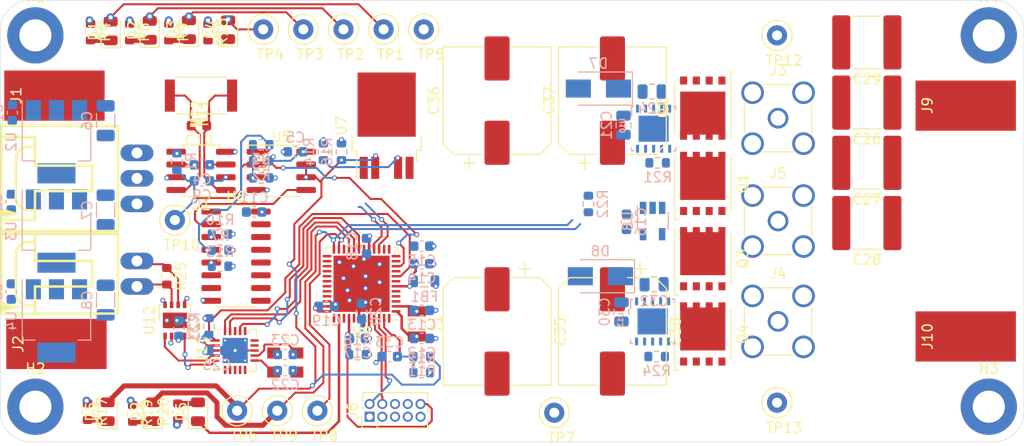
<source format=kicad_pcb>
(kicad_pcb (version 20171130) (host pcbnew "(5.1.8)-1")
  (layers (0 F.Cu signal) (1 In1.Cu power) (2 In2.Cu power) (31 B.Cu signal) (34 B.Paste user) (35 F.Paste user hide) (36 B.SilkS user hide) (37 F.SilkS user hide) (38 B.Mask user) (39 F.Mask user hide) (44 Edge.Cuts user))
  (net 0 "")
  (net 1 +3V3)
  (net 2 GND)
  (net 3 +5V)
  (net 4 +12V)
  (net 5 /HS_1)
  (net 6 /HD)
  (net 7 "Net-(C26-Pad1)")
  (net 8 /HS_2)
  (net 9 +24V)
  (net 10 /~RST~)
  (net 11 /SWCLK)
  (net 12 /SWDIO)
  (net 13 /UART_TX)
  (net 14 /UART_RX)
  (net 15 /CANH)
  (net 16 /CANL)
  (net 17 /I_IN+)
  (net 18 "Net-(NT2-Pad2)")
  (net 19 /I_IN-)
  (net 20 /GATE1)
  (net 21 /GATE3)
  (net 22 /GATE2)
  (net 23 /GATE4)
  (net 24 /FAULT_OL)
  (net 25 /HBridge_PWM)
  (net 26 /HBridge_EN)
  (net 27 /ISEN)
  (net 28 /FAULT_OL_MCU)
  (net 29 /FAULT_OL_SR)
  (net 30 "Net-(R2-Pad1)")
  (net 31 "Net-(R5-Pad2)")
  (net 32 "Net-(R13-Pad2)")
  (net 33 "Net-(R10-Pad2)")
  (net 34 /~HBridge_PWM~)
  (net 35 "Net-(R21-Pad2)")
  (net 36 "Net-(R24-Pad2)")
  (net 37 "Net-(C13-Pad1)")
  (net 38 "Net-(C12-Pad1)")
  (net 39 "Net-(C22-Pad1)")
  (net 40 "Net-(C23-Pad1)")
  (net 41 /3V3_Filt)
  (net 42 "Net-(C20-Pad1)")
  (net 43 "Net-(D1-Pad1)")
  (net 44 "Net-(D2-Pad1)")
  (net 45 "Net-(D3-Pad1)")
  (net 46 "Net-(D4-Pad1)")
  (net 47 "Net-(D5-Pad1)")
  (net 48 "Net-(D6-Pad2)")
  (net 49 "Net-(D6-Pad1)")
  (net 50 "Net-(D9-Pad1)")
  (net 51 "Net-(R1-Pad2)")
  (net 52 "Net-(R14-Pad2)")
  (net 53 "Net-(R23-Pad2)")
  (net 54 /SPI0_CS)
  (net 55 /SPI0_MOSI)
  (net 56 /SPI0_SCLK)
  (net 57 "Net-(U11-Pad19)")
  (net 58 "Net-(U11-Pad20)")
  (net 59 /SPI0_MISO)
  (module Package_DFN_QFN:QFN-20-1EP_4x4mm_P0.5mm_EP2.5x2.5mm_ThermalVias (layer F.Cu) (at 123.4 128.4 90)
    (fp_text reference U11 (at 0 -3.3 90) (layer F.SilkS))
    (fp_text value MCP2515-QFN20)
    (pad 1 smd roundrect (at -1.9375 -1 90) (size 0.825 0.25) (layers F.Cu F.Paste F.Mask))
    (pad 2 smd roundrect (at -1.9375 -0.5 90) (size 0.825 0.25) (layers F.Cu F.Paste F.Mask))
    (pad 3 smd roundrect (at -1.9375 0 90) (size 0.825 0.25) (layers F.Cu F.Paste F.Mask))
    (pad 4 smd roundrect (at -1.9375 0.5 90) (size 0.825 0.25) (layers F.Cu F.Paste F.Mask))
    (pad 5 smd roundrect (at -1.9375 1 90) (size 0.825 0.25) (layers F.Cu F.Paste F.Mask))
    (pad 6 smd roundrect (at -1 1.9375 90) (size 0.25 0.825) (layers F.Cu F.Paste F.Mask) (net 39 "Net-(C22-Pad1)"))
    (pad 7 smd roundrect (at -0.5 1.9375 90) (size 0.25 0.825) (layers F.Cu F.Paste F.Mask) (net 40 "Net-(C23-Pad1)"))
    (pad 8 smd roundrect (at 0 1.9375 90) (size 0.25 0.825) (layers F.Cu F.Paste F.Mask) (net 2 GND))
    (pad 9 smd roundrect (at 0.5 1.9375 90) (size 0.25 0.825) (layers F.Cu F.Paste F.Mask))
    (pad 10 smd roundrect (at 1 1.9375 90) (size 0.25 0.825) (layers F.Cu F.Paste F.Mask))
    (pad 11 smd roundrect (at 1.9375 1 90) (size 0.825 0.25) (layers F.Cu F.Paste F.Mask))
    (pad 12 smd roundrect (at 1.9375 0.5 90) (size 0.825 0.25) (layers F.Cu F.Paste F.Mask) (net 56 /SPI0_SCLK))
    (pad 13 smd roundrect (at 1.9375 0 90) (size 0.825 0.25) (layers F.Cu F.Paste F.Mask))
    (pad 14 smd roundrect (at 1.9375 -0.5 90) (size 0.825 0.25) (layers F.Cu F.Paste F.Mask) (net 55 /SPI0_MOSI))
    (pad 15 smd roundrect (at 1.9375 -1 90) (size 0.825 0.25) (layers F.Cu F.Paste F.Mask) (net 59 /SPI0_MISO))
    (pad 16 smd roundrect (at 1 -1.9375 90) (size 0.25 0.825) (layers F.Cu F.Paste F.Mask) (net 54 /SPI0_CS))
    (pad 17 smd roundrect (at 0.5 -1.9375 90) (size 0.25 0.825) (layers F.Cu F.Paste F.Mask) (net 53 "Net-(R23-Pad2)"))
    (pad 18 smd roundrect (at 0 -1.9375 90) (size 0.25 0.825) (layers F.Cu F.Paste F.Mask) (net 1 +3V3))
    (pad 19 smd roundrect (at -0.5 -1.9375 90) (size 0.25 0.825) (layers F.Cu F.Paste F.Mask) (net 57 "Net-(U11-Pad19)"))
    (pad 20 smd roundrect (at -1 -1.9375 90) (size 0.25 0.825) (layers F.Cu F.Paste F.Mask) (net 58 "Net-(U11-Pad20)"))
    (pad 21 smd rect (at 0 0 90) (size 2.5 2.5) (layers F.Cu F.Mask) (net 2 GND))
    (pad 21 thru_hole circle (at -1 -1 90) (size 0.5 0.5) (drill 0.2) (layers *.Cu) (net 2 GND))
    (pad 21 thru_hole circle (at 1 -1 90) (size 0.5 0.5) (drill 0.2) (layers *.Cu) (net 2 GND))
    (pad 21 thru_hole circle (at -1 1 90) (size 0.5 0.5) (drill 0.2) (layers *.Cu) (net 2 GND))
    (pad 21 thru_hole circle (at 1 1 90) (size 0.5 0.5) (drill 0.2) (layers *.Cu) (net 2 GND))
    (pad 21 smd rect (at 0 0 90) (size 2.5 2.5) (layers B.Cu) (net 2 GND))
  )
  (module WPT_TX:LM5106SD (layer B.Cu) (at 165.1 106.3 270)
    (fp_text reference U10 (at -0.3 3.1 90) (layer B.SilkS) (effects (font (size 0.5 0.5) (thickness 0.125)) (justify mirror)))
    (fp_text value LM5106 hide)
    (pad 6 smd roundrect (at 2 -1.6 180) (size 0.3 0.8) (layers B.Cu B.Paste B.Mask) (net 35 "Net-(R21-Pad2)"))
    (pad 7 smd roundrect (at 2 -0.8 180) (size 0.3 0.8) (layers B.Cu B.Paste B.Mask) (net 26 /HBridge_EN))
    (pad 8 smd roundrect (at 2 0 180) (size 0.3 0.8) (layers B.Cu B.Paste B.Mask) (net 25 /HBridge_PWM))
    (pad 9 smd roundrect (at 2 0.8 180) (size 0.3 0.8) (layers B.Cu B.Paste B.Mask) (net 2 GND))
    (pad 10 smd roundrect (at 2 1.6 180) (size 0.3 0.8) (layers B.Cu B.Paste B.Mask) (net 21 /GATE3))
    (pad 5 smd roundrect (at -2 -1.6 180) (size 0.3 0.8) (layers B.Cu B.Paste B.Mask))
    (pad 4 smd roundrect (at -2 -0.8 180) (size 0.3 0.8) (layers B.Cu B.Paste B.Mask) (net 5 /HS_1))
    (pad 3 smd roundrect (at -2 0 180) (size 0.3 0.8) (layers B.Cu B.Paste B.Mask) (net 20 /GATE1))
    (pad 2 smd roundrect (at -2 0.8 180) (size 0.3 0.8) (layers B.Cu B.Paste B.Mask) (net 6 /HD))
    (pad 11 smd rect (at 0 0 180) (size 3 2.6) (layers B.Cu B.Paste B.Mask) (net 2 GND))
    (pad 1 smd roundrect (at -2 1.6 180) (size 0.3 0.8) (layers B.Cu B.Paste B.Mask) (net 4 +12V))
  )
  (module WPT_TX:LM5106SD (layer B.Cu) (at 165 125.5 270)
    (fp_text reference U13 (at -0.15 3.2 90) (layer B.SilkS) (effects (font (size 0.5 0.5) (thickness 0.125)) (justify mirror)))
    (fp_text value LM5106 hide)
    (pad 6 smd roundrect (at 2 -1.6 180) (size 0.3 0.8) (layers B.Cu B.Paste B.Mask) (net 36 "Net-(R24-Pad2)"))
    (pad 7 smd roundrect (at 2 -0.8 180) (size 0.3 0.8) (layers B.Cu B.Paste B.Mask) (net 26 /HBridge_EN))
    (pad 8 smd roundrect (at 2 0 180) (size 0.3 0.8) (layers B.Cu B.Paste B.Mask) (net 34 /~HBridge_PWM~))
    (pad 9 smd roundrect (at 2 0.8 180) (size 0.3 0.8) (layers B.Cu B.Paste B.Mask) (net 2 GND))
    (pad 10 smd roundrect (at 2 1.6 180) (size 0.3 0.8) (layers B.Cu B.Paste B.Mask) (net 23 /GATE4))
    (pad 5 smd roundrect (at -2 -1.6 180) (size 0.3 0.8) (layers B.Cu B.Paste B.Mask))
    (pad 4 smd roundrect (at -2 -0.8 180) (size 0.3 0.8) (layers B.Cu B.Paste B.Mask) (net 8 /HS_2))
    (pad 3 smd roundrect (at -2 0 180) (size 0.3 0.8) (layers B.Cu B.Paste B.Mask) (net 22 /GATE2))
    (pad 2 smd roundrect (at -2 0.8 180) (size 0.3 0.8) (layers B.Cu B.Paste B.Mask) (net 6 /HD))
    (pad 11 smd rect (at 0 0 180) (size 3 2.6) (layers B.Cu B.Paste B.Mask) (net 2 GND))
    (pad 1 smd roundrect (at -2 1.6 180) (size 0.3 0.8) (layers B.Cu B.Paste B.Mask) (net 4 +12V))
  )
  (module WPT_TX:Crystal_SMD_3215-2pin_3.2x1.5mm (layer F.Cu) (at 141.5 125.75 270)
    (fp_text reference Y1 (at 0 -2 90) (layer F.SilkS))
    (fp_text value 32.7680kHz)
    (pad 1 smd rect (at 1.25 0 270) (size 1 1.8) (layers F.Cu F.Paste F.Mask) (net 38 "Net-(C12-Pad1)"))
    (pad 2 smd rect (at -1.25 0 270) (size 1 1.8) (layers F.Cu F.Paste F.Mask) (net 37 "Net-(C13-Pad1)"))
  )
  (module WPT_TX:70553-03 (layer F.Cu) (at 106 111.25 90)
    (fp_text reference J7 hide)
    (fp_text value Conn_01x03 hide)
    (pad 2 thru_hole oval (at 0 7.62 180) (size 3.2766 1.6383) (drill 1.0922) (layers *.Cu *.Mask) (net 14 /UART_RX))
    (pad 1 thru_hole oval (at -2.54 7.62 180) (size 3.2766 1.6383) (drill 1.0922) (layers *.Cu *.Mask) (net 13 /UART_TX))
    (pad 3 thru_hole oval (at 2.54 7.62 180) (size 3.2766 1.6383) (drill 1.0922) (layers *.Cu *.Mask) (net 2 GND))
  )
  (module WPT_TX:TDSON-8-1 (layer F.Cu) (at 170 111.75 90)
    (fp_text reference Q1 (at 0 4 90) (layer F.SilkS))
    (fp_text value NMOS)
    (pad 3 smd rect (at 0.5 0) (size 4.5 4.29) (layers F.Cu F.Paste F.Mask) (net 6 /HD))
    (pad 3 smd rect (at 2.75 -1.91) (size 0.7 0.8) (layers F.Cu F.Paste F.Mask) (net 6 /HD))
    (pad 3 smd rect (at 2.75 -0.64) (size 0.7 0.8) (layers F.Cu F.Paste F.Mask) (net 6 /HD))
    (pad 3 smd rect (at 2.75 0.64) (size 0.7 0.8) (layers F.Cu F.Paste F.Mask) (net 6 /HD))
    (pad 3 smd rect (at 2.75 1.91) (size 0.7 0.8) (layers F.Cu F.Paste F.Mask) (net 6 /HD))
    (pad 2 smd rect (at -2.75 1.91) (size 0.7 0.8) (layers F.Cu F.Paste F.Mask) (net 20 /GATE1))
    (pad 1 smd rect (at -2.75 0.64) (size 0.7 0.8) (layers F.Cu F.Paste F.Mask) (net 5 /HS_1))
    (pad 1 smd rect (at -2.75 -0.64) (size 0.7 0.8) (layers F.Cu F.Paste F.Mask) (net 5 /HS_1))
    (pad 1 smd rect (at -2.75 -1.91) (size 0.7 0.8) (layers F.Cu F.Paste F.Mask) (net 5 /HS_1))
  )
  (module WPT_TX:TDSON-8-1 (layer F.Cu) (at 170 104.25 270)
    (fp_text reference Q2 (at 0 4 90) (layer F.SilkS))
    (fp_text value NMOS)
    (pad 3 smd rect (at 0.5 0 180) (size 4.5 4.29) (layers F.Cu F.Paste F.Mask) (net 5 /HS_1))
    (pad 3 smd rect (at 2.75 -1.91 180) (size 0.7 0.8) (layers F.Cu F.Paste F.Mask) (net 5 /HS_1))
    (pad 3 smd rect (at 2.75 -0.64 180) (size 0.7 0.8) (layers F.Cu F.Paste F.Mask) (net 5 /HS_1))
    (pad 3 smd rect (at 2.75 0.64 180) (size 0.7 0.8) (layers F.Cu F.Paste F.Mask) (net 5 /HS_1))
    (pad 3 smd rect (at 2.75 1.91 180) (size 0.7 0.8) (layers F.Cu F.Paste F.Mask) (net 5 /HS_1))
    (pad 2 smd rect (at -2.75 1.91 180) (size 0.7 0.8) (layers F.Cu F.Paste F.Mask) (net 21 /GATE3))
    (pad 1 smd rect (at -2.75 0.64 180) (size 0.7 0.8) (layers F.Cu F.Paste F.Mask) (net 2 GND))
    (pad 1 smd rect (at -2.75 -0.64 180) (size 0.7 0.8) (layers F.Cu F.Paste F.Mask) (net 2 GND))
    (pad 1 smd rect (at -2.75 -1.91 180) (size 0.7 0.8) (layers F.Cu F.Paste F.Mask) (net 2 GND))
  )
  (module WPT_TX:TDSON-8-1 (layer F.Cu) (at 170 119.25 90)
    (fp_text reference Q3 (at 0 4 90) (layer F.SilkS))
    (fp_text value NMOS)
    (pad 3 smd rect (at 0.5 0) (size 4.5 4.29) (layers F.Cu F.Paste F.Mask) (net 6 /HD))
    (pad 3 smd rect (at 2.75 -1.91) (size 0.7 0.8) (layers F.Cu F.Paste F.Mask) (net 6 /HD))
    (pad 3 smd rect (at 2.75 -0.64) (size 0.7 0.8) (layers F.Cu F.Paste F.Mask) (net 6 /HD))
    (pad 3 smd rect (at 2.75 0.64) (size 0.7 0.8) (layers F.Cu F.Paste F.Mask) (net 6 /HD))
    (pad 3 smd rect (at 2.75 1.91) (size 0.7 0.8) (layers F.Cu F.Paste F.Mask) (net 6 /HD))
    (pad 2 smd rect (at -2.75 1.91) (size 0.7 0.8) (layers F.Cu F.Paste F.Mask) (net 22 /GATE2))
    (pad 1 smd rect (at -2.75 0.64) (size 0.7 0.8) (layers F.Cu F.Paste F.Mask) (net 8 /HS_2))
    (pad 1 smd rect (at -2.75 -0.64) (size 0.7 0.8) (layers F.Cu F.Paste F.Mask) (net 8 /HS_2))
    (pad 1 smd rect (at -2.75 -1.91) (size 0.7 0.8) (layers F.Cu F.Paste F.Mask) (net 8 /HS_2))
  )
  (module WPT_TX:TDSON-8-1 (layer F.Cu) (at 170 126.75 90)
    (fp_text reference Q4 (at 0 4 90) (layer F.SilkS))
    (fp_text value NMOS)
    (pad 3 smd rect (at 0.5 0) (size 4.5 4.29) (layers F.Cu F.Paste F.Mask) (net 8 /HS_2))
    (pad 3 smd rect (at 2.75 -1.91) (size 0.7 0.8) (layers F.Cu F.Paste F.Mask) (net 8 /HS_2))
    (pad 3 smd rect (at 2.75 -0.64) (size 0.7 0.8) (layers F.Cu F.Paste F.Mask) (net 8 /HS_2))
    (pad 3 smd rect (at 2.75 0.64) (size 0.7 0.8) (layers F.Cu F.Paste F.Mask) (net 8 /HS_2))
    (pad 3 smd rect (at 2.75 1.91) (size 0.7 0.8) (layers F.Cu F.Paste F.Mask) (net 8 /HS_2))
    (pad 2 smd rect (at -2.75 1.91) (size 0.7 0.8) (layers F.Cu F.Paste F.Mask) (net 23 /GATE4))
    (pad 1 smd rect (at -2.75 0.64) (size 0.7 0.8) (layers F.Cu F.Paste F.Mask) (net 2 GND))
    (pad 1 smd rect (at -2.75 -0.64) (size 0.7 0.8) (layers F.Cu F.Paste F.Mask) (net 2 GND))
    (pad 1 smd rect (at -2.75 -1.91) (size 0.7 0.8) (layers F.Cu F.Paste F.Mask) (net 2 GND))
  )
  (module Diodes_SMD:D_SMA (layer B.Cu) (at 159.6 102.3 180)
    (fp_text reference D7 (at 0 2.5) (layer B.SilkS) (effects (justify mirror)))
    (fp_text value D_Schottky)
    (pad 1 smd rect (at -2 0 180) (size 2.5 1.8) (layers B.Cu B.Paste B.Mask) (net 6 /HD))
    (pad 2 smd rect (at 2 0 180) (size 2.5 1.8) (layers B.Cu B.Paste B.Mask) (net 4 +12V))
  )
  (module Diodes_SMD:D_SMA (layer B.Cu) (at 159.8 121 180)
    (fp_text reference D8 (at 0 2.5) (layer B.SilkS) (effects (justify mirror)))
    (fp_text value D_Schottky)
    (pad 2 smd rect (at 2 0 180) (size 2.5 1.8) (layers B.Cu B.Paste B.Mask) (net 4 +12V))
    (pad 1 smd rect (at -2 0 180) (size 2.5 1.8) (layers B.Cu B.Paste B.Mask) (net 6 /HD))
  )
  (module WPT_TX:70553-02 (layer F.Cu) (at 106 120.75 90)
    (fp_text reference J8 hide)
    (fp_text value Conn_01x04 hide)
    (pad 1 thru_hole oval (at -1.27 7.62 180) (size 3.2766 1.6383) (drill 1.0922) (layers *.Cu *.Mask) (net 15 /CANH))
    (pad 2 thru_hole oval (at 1.27 7.62 180) (size 3.2766 1.6383) (drill 1.0922) (layers *.Cu *.Mask) (net 16 /CANL))
  )
  (module WPT_TX:NetTie-2_SMD_Pad0.25mm (layer F.Cu) (at 119 104.725 270)
    (fp_text reference NT1 (at 0 -1.2 270) (layer F.SilkS))
    (fp_text value Net-Tie_2)
    (fp_poly (pts (xy -0.325 -0.125) (xy 0.325 -0.125) (xy 0.325 0.125) (xy -0.325 0.125)) (layer F.Cu) (width 0))
    (pad 1 smd circle (at -0.325 0 270) (size 0.25 0.25) (layers F.Cu) (net 9 +24V))
    (pad 2 smd circle (at 0.325 0 270) (size 0.25 0.25) (layers F.Cu) (net 17 /I_IN+))
  )
  (module WPT_TX:NetTie-2_SMD_Pad0.25mm (layer F.Cu) (at 120.8 104.8 90)
    (fp_text reference NT2 (at 0 -1.2 270) (layer F.SilkS))
    (fp_text value Net-Tie_2)
    (fp_poly (pts (xy -0.325 -0.125) (xy 0.325 -0.125) (xy 0.325 0.125) (xy -0.325 0.125)) (layer F.Cu) (width 0))
    (pad 2 smd circle (at 0.325 0 90) (size 0.25 0.25) (layers F.Cu) (net 18 "Net-(NT2-Pad2)"))
    (pad 1 smd circle (at -0.325 0 90) (size 0.25 0.25) (layers F.Cu) (net 19 /I_IN-))
  )
  (module WPT_TX:R_2512_Sense (layer F.Cu) (at 120 103 180)
    (fp_text reference R8 (at 0.75 -2.7 90) (layer F.SilkS) (effects (font (size 0.5 0.5) (thickness 0.125))))
    (fp_text value 0.005)
    (pad 1 smd rect (at -3.1 0 180) (size 1 3.2) (layers F.Cu F.Paste F.Mask) (net 18 "Net-(NT2-Pad2)"))
    (pad 2 smd rect (at 3.1 0 180) (size 1 3.2) (layers F.Cu F.Paste F.Mask) (net 9 +24V))
  )
  (module WPT_TX:OSCCC320X250 (layer F.Cu) (at 128.4 129.6)
    (fp_text reference Y2 (at 0.05 -2.2) (layer F.SilkS) (effects (font (size 0.5 0.5) (thickness 0.1))))
    (fp_text value 8MHz)
    (pad 1 smd rect (at -1.15 0.95) (size 1.3 1.1) (layers F.Cu F.Paste F.Mask) (net 39 "Net-(C22-Pad1)"))
    (pad 2 smd rect (at 1.15 0.95) (size 1.3 1.1) (layers F.Cu F.Paste F.Mask) (net 2 GND))
    (pad 3 smd rect (at 1.15 -0.95) (size 1.3 1.1) (layers F.Cu F.Paste F.Mask) (net 40 "Net-(C23-Pad1)"))
    (pad 2 smd rect (at -1.15 -0.95) (size 1.3 1.1) (layers F.Cu F.Paste F.Mask) (net 2 GND))
  )
  (module Package_SO:SOIC-8_3.9x4.9mm_P1.27mm (layer F.Cu) (at 120 110.5 180)
    (fp_text reference U1 (at 0 -3.4) (layer F.SilkS))
    (fp_text value INA240A1D)
    (pad 1 smd roundrect (at -2.475 -1.905 180) (size 1.95 0.6) (layers F.Cu F.Paste F.Mask) (net 19 /I_IN-))
    (pad 2 smd roundrect (at -2.475 -0.635 180) (size 1.95 0.6) (layers F.Cu F.Paste F.Mask) (net 2 GND))
    (pad 3 smd roundrect (at -2.475 0.635 180) (size 1.95 0.6) (layers F.Cu F.Paste F.Mask) (net 2 GND))
    (pad 4 smd roundrect (at -2.475 1.905 180) (size 1.95 0.6) (layers F.Cu F.Paste F.Mask) (net 2 GND))
    (pad 5 smd roundrect (at 2.475 1.905 180) (size 1.95 0.6) (layers F.Cu F.Paste F.Mask) (net 51 "Net-(R1-Pad2)"))
    (pad 6 smd roundrect (at 2.475 0.635 180) (size 1.95 0.6) (layers F.Cu F.Paste F.Mask) (net 3 +5V))
    (pad 7 smd roundrect (at 2.475 -0.635 180) (size 1.95 0.6) (layers F.Cu F.Paste F.Mask) (net 2 GND))
    (pad 8 smd roundrect (at 2.475 -1.905 180) (size 1.95 0.6) (layers F.Cu F.Paste F.Mask) (net 17 /I_IN+))
  )
  (module Package_TO_SOT_SMD:TO-252-4 (layer F.Cu) (at 138.5 106 90)
    (fp_text reference U7 (at 0 -4.5 90) (layer F.SilkS))
    (fp_text value BTS6142DAUMA1)
    (pad 1 smd rect (at -4.2 -2.28 90) (size 2.2 0.8) (layers F.Cu F.Paste F.Mask) (net 6 /HD))
    (pad 2 smd rect (at -4.2 -1.14 90) (size 2.2 0.8) (layers F.Cu F.Paste F.Mask) (net 24 /FAULT_OL))
    (pad 4 smd rect (at -4.2 1.14 90) (size 2.2 0.8) (layers F.Cu F.Paste F.Mask) (net 52 "Net-(R14-Pad2)"))
    (pad 5 smd rect (at -4.2 2.28 90) (size 2.2 0.8) (layers F.Cu F.Paste F.Mask) (net 6 /HD))
    (pad 3 smd rect (at 2.1 0 90) (size 6.4 5.8) (layers F.Cu F.Mask) (net 18 "Net-(NT2-Pad2)"))
  )
  (module Package_DFN_QFN:QFN-48-1EP_7x7mm_P0.5mm_EP5.6x5.6mm (layer F.Cu) (at 136 121.75 180)
    (fp_text reference U9 (at 0 -4.82) (layer F.SilkS))
    (fp_text value ATSAMD21G16B-MFT)
    (pad 1 smd roundrect (at -3.4375 -2.75 180) (size 0.875 0.25) (layers F.Cu F.Paste F.Mask) (net 38 "Net-(C12-Pad1)"))
    (pad 2 smd roundrect (at -3.4375 -2.25 180) (size 0.875 0.25) (layers F.Cu F.Paste F.Mask) (net 37 "Net-(C13-Pad1)"))
    (pad 3 smd roundrect (at -3.4375 -1.75 180) (size 0.875 0.25) (layers F.Cu F.Paste F.Mask))
    (pad 4 smd roundrect (at -3.4375 -1.25 180) (size 0.875 0.25) (layers F.Cu F.Paste F.Mask))
    (pad 5 smd roundrect (at -3.4375 -0.75 180) (size 0.875 0.25) (layers F.Cu F.Paste F.Mask) (net 2 GND))
    (pad 6 smd roundrect (at -3.4375 -0.25 180) (size 0.875 0.25) (layers F.Cu F.Paste F.Mask) (net 41 /3V3_Filt))
    (pad 7 smd roundrect (at -3.4375 0.25 180) (size 0.875 0.25) (layers F.Cu F.Paste F.Mask))
    (pad 8 smd roundrect (at -3.4375 0.75 180) (size 0.875 0.25) (layers F.Cu F.Paste F.Mask) (net 54 /SPI0_CS))
    (pad 9 smd roundrect (at -3.4375 1.25 180) (size 0.875 0.25) (layers F.Cu F.Paste F.Mask))
    (pad 10 smd roundrect (at -3.4375 1.75 180) (size 0.875 0.25) (layers F.Cu F.Paste F.Mask) (net 27 /ISEN))
    (pad 11 smd roundrect (at -3.4375 2.25 180) (size 0.875 0.25) (layers F.Cu F.Paste F.Mask))
    (pad 12 smd roundrect (at -3.4375 2.75 180) (size 0.875 0.25) (layers F.Cu F.Paste F.Mask))
    (pad 13 smd roundrect (at -2.75 3.4375 180) (size 0.25 0.875) (layers F.Cu F.Paste F.Mask))
    (pad 14 smd roundrect (at -2.25 3.4375 180) (size 0.25 0.875) (layers F.Cu F.Paste F.Mask))
    (pad 15 smd roundrect (at -1.75 3.4375 180) (size 0.25 0.875) (layers F.Cu F.Paste F.Mask) (net 13 /UART_TX))
    (pad 16 smd roundrect (at -1.25 3.4375 180) (size 0.25 0.875) (layers F.Cu F.Paste F.Mask) (net 14 /UART_RX))
    (pad 17 smd roundrect (at -0.75 3.4375 180) (size 0.25 0.875) (layers F.Cu F.Paste F.Mask) (net 1 +3V3))
    (pad 18 smd roundrect (at -0.25 3.4375 180) (size 0.25 0.875) (layers F.Cu F.Paste F.Mask) (net 2 GND))
    (pad 19 smd roundrect (at 0.25 3.4375 180) (size 0.25 0.875) (layers F.Cu F.Paste F.Mask) (net 55 /SPI0_MOSI))
    (pad 20 smd roundrect (at 0.75 3.4375 180) (size 0.25 0.875) (layers F.Cu F.Paste F.Mask) (net 56 /SPI0_SCLK))
    (pad 21 smd roundrect (at 1.25 3.4375 180) (size 0.25 0.875) (layers F.Cu F.Paste F.Mask) (net 59 /SPI0_MISO))
    (pad 22 smd roundrect (at 1.75 3.4375 180) (size 0.25 0.875) (layers F.Cu F.Paste F.Mask))
    (pad 23 smd roundrect (at 2.25 3.4375 180) (size 0.25 0.875) (layers F.Cu F.Paste F.Mask) (net 25 /HBridge_PWM))
    (pad 24 smd roundrect (at 2.75 3.4375 180) (size 0.25 0.875) (layers F.Cu F.Paste F.Mask) (net 26 /HBridge_EN))
    (pad 25 smd roundrect (at 3.4375 2.75 180) (size 0.875 0.25) (layers F.Cu F.Paste F.Mask))
    (pad 26 smd roundrect (at 3.4375 2.25 180) (size 0.875 0.25) (layers F.Cu F.Paste F.Mask))
    (pad 27 smd roundrect (at 3.4375 1.75 180) (size 0.875 0.25) (layers F.Cu F.Paste F.Mask))
    (pad 28 smd roundrect (at 3.4375 1.25 180) (size 0.875 0.25) (layers F.Cu F.Paste F.Mask))
    (pad 29 smd roundrect (at 3.4375 0.75 180) (size 0.875 0.25) (layers F.Cu F.Paste F.Mask))
    (pad 30 smd roundrect (at 3.4375 0.25 180) (size 0.875 0.25) (layers F.Cu F.Paste F.Mask))
    (pad 31 smd roundrect (at 3.4375 -0.25 180) (size 0.875 0.25) (layers F.Cu F.Paste F.Mask))
    (pad 32 smd roundrect (at 3.4375 -0.75 180) (size 0.875 0.25) (layers F.Cu F.Paste F.Mask))
    (pad 33 smd roundrect (at 3.4375 -1.25 180) (size 0.875 0.25) (layers F.Cu F.Paste F.Mask))
    (pad 34 smd roundrect (at 3.4375 -1.75 180) (size 0.875 0.25) (layers F.Cu F.Paste F.Mask))
    (pad 35 smd roundrect (at 3.4375 -2.25 180) (size 0.875 0.25) (layers F.Cu F.Paste F.Mask) (net 2 GND))
    (pad 36 smd roundrect (at 3.4375 -2.75 180) (size 0.875 0.25) (layers F.Cu F.Paste F.Mask) (net 1 +3V3))
    (pad 37 smd roundrect (at 2.75 -3.4375 180) (size 0.25 0.875) (layers F.Cu F.Paste F.Mask))
    (pad 38 smd roundrect (at 2.25 -3.4375 180) (size 0.25 0.875) (layers F.Cu F.Paste F.Mask) (net 49 "Net-(D6-Pad1)"))
    (pad 39 smd roundrect (at 1.75 -3.4375 180) (size 0.25 0.875) (layers F.Cu F.Paste F.Mask))
    (pad 40 smd roundrect (at 1.25 -3.4375 180) (size 0.25 0.875) (layers F.Cu F.Paste F.Mask) (net 10 /~RST~))
    (pad 41 smd roundrect (at 0.75 -3.4375 180) (size 0.25 0.875) (layers F.Cu F.Paste F.Mask))
    (pad 42 smd roundrect (at 0.25 -3.4375 180) (size 0.25 0.875) (layers F.Cu F.Paste F.Mask) (net 2 GND))
    (pad 43 smd roundrect (at -0.25 -3.4375 180) (size 0.25 0.875) (layers F.Cu F.Paste F.Mask) (net 42 "Net-(C20-Pad1)"))
    (pad 44 smd roundrect (at -0.75 -3.4375 180) (size 0.25 0.875) (layers F.Cu F.Paste F.Mask) (net 1 +3V3))
    (pad 45 smd roundrect (at -1.25 -3.4375 180) (size 0.25 0.875) (layers F.Cu F.Paste F.Mask) (net 11 /SWCLK))
    (pad 46 smd roundrect (at -1.75 -3.4375 180) (size 0.25 0.875) (layers F.Cu F.Paste F.Mask) (net 12 /SWDIO))
    (pad 47 smd roundrect (at -2.25 -3.4375 180) (size 0.25 0.875) (layers F.Cu F.Paste F.Mask) (net 28 /FAULT_OL_MCU))
    (pad 48 smd roundrect (at -2.75 -3.4375 180) (size 0.25 0.875) (layers F.Cu F.Paste F.Mask))
    (pad 49 smd rect (at 0 0 180) (size 5.6 5.6) (layers F.Cu F.Mask) (net 2 GND))
  )
  (module Package_DFN_QFN:DFN-8-1EP_3x3mm_P0.65mm_EP1.55x2.4mm (layer F.Cu) (at 117.4 125.4 90)
    (fp_text reference U12 (at 0 -2.55 90) (layer F.SilkS))
    (fp_text value MCP2562-E-MF)
    (pad 1 smd rect (at -1.55 -0.975 90) (size 0.65 0.35) (layers F.Cu F.Paste F.Mask) (net 57 "Net-(U11-Pad19)"))
    (pad 2 smd rect (at -1.55 -0.325 90) (size 0.65 0.35) (layers F.Cu F.Paste F.Mask) (net 2 GND))
    (pad 3 smd rect (at -1.55 0.325 90) (size 0.65 0.35) (layers F.Cu F.Paste F.Mask) (net 3 +5V))
    (pad 4 smd rect (at -1.55 0.975 90) (size 0.65 0.35) (layers F.Cu F.Paste F.Mask) (net 58 "Net-(U11-Pad20)"))
    (pad 5 smd rect (at 1.55 0.975 90) (size 0.65 0.35) (layers F.Cu F.Paste F.Mask) (net 1 +3V3))
    (pad 6 smd rect (at 1.55 0.325 90) (size 0.65 0.35) (layers F.Cu F.Paste F.Mask) (net 16 /CANL))
    (pad 7 smd rect (at 1.55 -0.325 90) (size 0.65 0.35) (layers F.Cu F.Paste F.Mask) (net 15 /CANH))
    (pad 8 smd rect (at 1.55 -0.975 90) (size 0.65 0.35) (layers F.Cu F.Paste F.Mask) (net 2 GND))
    (pad 9 smd rect (at 0 0 90) (size 1.55 2.4) (layers F.Cu F.Mask) (net 2 GND))
  )
  (module Capacitor_SMD:C_0603_1608Metric (layer B.Cu) (at 101.2 104.7 270)
    (fp_text reference C1 (at 0 1.43 90) (layer B.SilkS) (effects (justify mirror)))
    (fp_text value 0.1u)
    (pad 1 smd roundrect (at -0.775 0 270) (size 0.9 0.95) (layers B.Cu B.Paste B.Mask) (net 9 +24V))
    (pad 2 smd roundrect (at 0.775 0 270) (size 0.9 0.95) (layers B.Cu B.Paste B.Mask) (net 2 GND))
  )
  (module Capacitor_SMD:C_0603_1608Metric (layer B.Cu) (at 101.1 113.6 270)
    (fp_text reference C2 (at 0 1.43 90) (layer B.SilkS) (effects (justify mirror)))
    (fp_text value 0.1u)
    (pad 2 smd roundrect (at 0.775 0 270) (size 0.9 0.95) (layers B.Cu B.Paste B.Mask) (net 2 GND))
    (pad 1 smd roundrect (at -0.775 0 270) (size 0.9 0.95) (layers B.Cu B.Paste B.Mask) (net 9 +24V))
  )
  (module Capacitor_SMD:C_0603_1608Metric (layer B.Cu) (at 101.1 122.525 270)
    (fp_text reference C3 (at 0 1.43 90) (layer B.SilkS) (effects (justify mirror)))
    (fp_text value 0.1u)
    (pad 1 smd roundrect (at -0.775 0 270) (size 0.9 0.95) (layers B.Cu B.Paste B.Mask) (net 9 +24V))
    (pad 2 smd roundrect (at 0.775 0 270) (size 0.9 0.95) (layers B.Cu B.Paste B.Mask) (net 2 GND))
  )
  (module Capacitor_SMD:C_0603_1608Metric (layer B.Cu) (at 120.1 109.9)
    (fp_text reference C4 (at 0 1.43) (layer B.SilkS) (effects (justify mirror)))
    (fp_text value 0.1u)
    (pad 2 smd roundrect (at 0.775 0) (size 0.9 0.95) (layers B.Cu B.Paste B.Mask) (net 2 GND))
    (pad 1 smd roundrect (at -0.775 0) (size 0.9 0.95) (layers B.Cu B.Paste B.Mask) (net 3 +5V))
  )
  (module Capacitor_SMD:C_0603_1608Metric (layer B.Cu) (at 129.4 108.6 180)
    (fp_text reference C5 (at 0 1.43) (layer B.SilkS) (effects (justify mirror)))
    (fp_text value 0.1u)
    (pad 1 smd roundrect (at -0.775 0 180) (size 0.9 0.95) (layers B.Cu B.Paste B.Mask) (net 3 +5V))
    (pad 2 smd roundrect (at 0.775 0 180) (size 0.9 0.95) (layers B.Cu B.Paste B.Mask) (net 2 GND))
  )
  (module Capacitor_SMD:C_0603_1608Metric (layer B.Cu) (at 120.1 111.5)
    (fp_text reference C9 (at 0 1.43) (layer B.SilkS) (effects (justify mirror)))
    (fp_text value 0.1u)
    (pad 2 smd roundrect (at 0.775 0) (size 0.9 0.95) (layers B.Cu B.Paste B.Mask) (net 2 GND))
    (pad 1 smd roundrect (at -0.775 0) (size 0.9 0.95) (layers B.Cu B.Paste B.Mask) (net 27 /ISEN))
  )
  (module Capacitor_SMD:C_0603_1608Metric (layer F.Cu) (at 119.8 106 180)
    (fp_text reference C10 (at 0 -1.43) (layer F.SilkS))
    (fp_text value 22p)
    (pad 1 smd roundrect (at -0.775 0 180) (size 0.9 0.95) (layers F.Cu F.Paste F.Mask) (net 19 /I_IN-))
    (pad 2 smd roundrect (at 0.775 0 180) (size 0.9 0.95) (layers F.Cu F.Paste F.Mask) (net 17 /I_IN+))
  )
  (module Capacitor_SMD:C_0603_1608Metric (layer B.Cu) (at 125.3 114.6 180)
    (fp_text reference C11 (at 0 1.43) (layer B.SilkS) (effects (justify mirror)))
    (fp_text value 0.1u)
    (pad 2 smd roundrect (at 0.775 0 180) (size 0.9 0.95) (layers B.Cu B.Paste B.Mask) (net 2 GND))
    (pad 1 smd roundrect (at -0.775 0 180) (size 0.9 0.95) (layers B.Cu B.Paste B.Mask) (net 3 +5V))
  )
  (module Capacitor_SMD:C_0603_1608Metric (layer B.Cu) (at 142 127.2)
    (fp_text reference C12 (at 0 1.43 180) (layer B.SilkS) (effects (justify mirror)))
    (fp_text value 22p)
    (pad 1 smd roundrect (at -0.775 0) (size 0.9 0.95) (layers B.Cu B.Paste B.Mask) (net 38 "Net-(C12-Pad1)"))
    (pad 2 smd roundrect (at 0.775 0) (size 0.9 0.95) (layers B.Cu B.Paste B.Mask) (net 2 GND))
  )
  (module Capacitor_SMD:C_0603_1608Metric (layer B.Cu) (at 142 124.4)
    (fp_text reference C13 (at 0 1.43) (layer B.SilkS) (effects (justify mirror)))
    (fp_text value 22p)
    (pad 2 smd roundrect (at 0.775 0) (size 0.9 0.95) (layers B.Cu B.Paste B.Mask) (net 2 GND))
    (pad 1 smd roundrect (at -0.775 0) (size 0.9 0.95) (layers B.Cu B.Paste B.Mask) (net 37 "Net-(C13-Pad1)"))
  )
  (module Capacitor_SMD:C_0603_1608Metric (layer B.Cu) (at 142 119.75)
    (fp_text reference C14 (at 0 1.43) (layer B.SilkS) (effects (justify mirror)))
    (fp_text value 0.1u)
    (pad 2 smd roundrect (at 0.775 0) (size 0.9 0.95) (layers B.Cu B.Paste B.Mask) (net 2 GND))
    (pad 1 smd roundrect (at -0.775 0) (size 0.9 0.95) (layers B.Cu B.Paste B.Mask) (net 41 /3V3_Filt))
  )
  (module Capacitor_SMD:C_0603_1608Metric (layer B.Cu) (at 142 118)
    (fp_text reference C15 (at 0 1.43) (layer B.SilkS) (effects (justify mirror)))
    (fp_text value 10u)
    (pad 2 smd roundrect (at 0.775 0) (size 0.9 0.95) (layers B.Cu B.Paste B.Mask) (net 2 GND))
    (pad 1 smd roundrect (at -0.775 0) (size 0.9 0.95) (layers B.Cu B.Paste B.Mask) (net 41 /3V3_Filt))
  )
  (module Capacitor_SMD:C_0603_1608Metric (layer B.Cu) (at 162.4 115.575 90)
    (fp_text reference C16 (at 0 1.43 90) (layer B.SilkS) (effects (justify mirror)))
    (fp_text value 0.1u)
    (pad 1 smd roundrect (at -0.775 0 90) (size 0.9 0.95) (layers B.Cu B.Paste B.Mask) (net 1 +3V3))
    (pad 2 smd roundrect (at 0.775 0 90) (size 0.9 0.95) (layers B.Cu B.Paste B.Mask) (net 2 GND))
  )
  (module Capacitor_SMD:C_0603_1608Metric (layer B.Cu) (at 135.6 127.2)
    (fp_text reference C17 (at 0 1.43) (layer B.SilkS) (effects (justify mirror)))
    (fp_text value 0.1u)
    (pad 2 smd roundrect (at 0.775 0) (size 0.9 0.95) (layers B.Cu B.Paste B.Mask) (net 2 GND))
    (pad 1 smd roundrect (at -0.775 0) (size 0.9 0.95) (layers B.Cu B.Paste B.Mask) (net 10 /~RST~))
  )
  (module Capacitor_SMD:C_0603_1608Metric (layer B.Cu) (at 136.5 118 270)
    (fp_text reference C18 (at 0 1.43 90) (layer B.SilkS) (effects (justify mirror)))
    (fp_text value 0.1u)
    (pad 1 smd roundrect (at -0.775 0 270) (size 0.9 0.95) (layers B.Cu B.Paste B.Mask) (net 1 +3V3))
    (pad 2 smd roundrect (at 0.775 0 270) (size 0.9 0.95) (layers B.Cu B.Paste B.Mask) (net 2 GND))
  )
  (module Capacitor_SMD:C_0603_1608Metric (layer B.Cu) (at 132.5 124)
    (fp_text reference C19 (at 0 1.43) (layer B.SilkS) (effects (justify mirror)))
    (fp_text value 0.1u)
    (pad 1 smd roundrect (at -0.775 0) (size 0.9 0.95) (layers B.Cu B.Paste B.Mask) (net 1 +3V3))
    (pad 2 smd roundrect (at 0.775 0) (size 0.9 0.95) (layers B.Cu B.Paste B.Mask) (net 2 GND))
  )
  (module Capacitor_SMD:C_0603_1608Metric (layer B.Cu) (at 136 124.5 90)
    (fp_text reference C20 (at 0 1.43 90) (layer B.SilkS) (effects (justify mirror)))
    (fp_text value 0.1u)
    (pad 2 smd roundrect (at 0.775 0 90) (size 0.9 0.95) (layers B.Cu B.Paste B.Mask) (net 2 GND))
    (pad 1 smd roundrect (at -0.775 0 90) (size 0.9 0.95) (layers B.Cu B.Paste B.Mask) (net 42 "Net-(C20-Pad1)"))
  )
  (module Capacitor_SMD:C_0603_1608Metric (layer B.Cu) (at 128.4 130.4)
    (fp_text reference C22 (at 0 1.43) (layer B.SilkS) (effects (justify mirror)))
    (fp_text value 22p)
    (pad 2 smd roundrect (at 0.775 0) (size 0.9 0.95) (layers B.Cu B.Paste B.Mask) (net 2 GND))
    (pad 1 smd roundrect (at -0.775 0) (size 0.9 0.95) (layers B.Cu B.Paste B.Mask) (net 39 "Net-(C22-Pad1)"))
  )
  (module Capacitor_SMD:C_0603_1608Metric (layer B.Cu) (at 128.4 128.8 180)
    (fp_text reference C23 (at 0 1.43) (layer B.SilkS) (effects (justify mirror)))
    (fp_text value 22p)
    (pad 1 smd roundrect (at -0.775 0 180) (size 0.9 0.95) (layers B.Cu B.Paste B.Mask) (net 40 "Net-(C23-Pad1)"))
    (pad 2 smd roundrect (at 0.775 0 180) (size 0.9 0.95) (layers B.Cu B.Paste B.Mask) (net 2 GND))
  )
  (module Capacitor_SMD:C_0603_1608Metric (layer B.Cu) (at 121.575 128.4)
    (fp_text reference C25 (at 0 1.43 180) (layer B.SilkS) (effects (justify mirror)))
    (fp_text value 0.1u)
    (pad 2 smd roundrect (at 0.775 0) (size 0.9 0.95) (layers B.Cu B.Paste B.Mask) (net 2 GND))
    (pad 1 smd roundrect (at -0.775 0) (size 0.9 0.95) (layers B.Cu B.Paste B.Mask) (net 1 +3V3))
  )
  (module Capacitor_SMD:C_0603_1608Metric (layer B.Cu) (at 117.8 126.2 90)
    (fp_text reference C31 (at 0 1.43 90) (layer B.SilkS) (effects (justify mirror)))
    (fp_text value 0.1u)
    (pad 1 smd roundrect (at -0.775 0 90) (size 0.9 0.95) (layers B.Cu B.Paste B.Mask) (net 3 +5V))
    (pad 2 smd roundrect (at 0.775 0 90) (size 0.9 0.95) (layers B.Cu B.Paste B.Mask) (net 2 GND))
  )
  (module Capacitor_SMD:C_0805_2012Metric (layer B.Cu) (at 165.15 121.8)
    (fp_text reference C32 (at 0 1.68) (layer B.SilkS) (effects (justify mirror)))
    (fp_text value 33n)
    (pad 1 smd roundrect (at -0.95 0) (size 1 1.45) (layers B.Cu B.Paste B.Mask) (net 6 /HD))
    (pad 2 smd roundrect (at 0.95 0) (size 1 1.45) (layers B.Cu B.Paste B.Mask) (net 8 /HS_2))
  )
  (module Capacitor_SMD:C_0603_1608Metric (layer B.Cu) (at 138.8 129 180)
    (fp_text reference C33 (at 0 1.43) (layer B.SilkS) (effects (justify mirror)))
    (fp_text value 0.1u)
    (pad 1 smd roundrect (at -0.775 0 180) (size 0.9 0.95) (layers B.Cu B.Paste B.Mask) (net 28 /FAULT_OL_MCU))
    (pad 2 smd roundrect (at 0.775 0 180) (size 0.9 0.95) (layers B.Cu B.Paste B.Mask) (net 2 GND))
  )
  (module LED_SMD:LED_0805_2012Metric (layer F.Cu) (at 111 96.5625 90)
    (fp_text reference D1 (at 0 -1.65 90) (layer F.SilkS))
    (fp_text value GREEN)
    (pad 2 smd roundrect (at 0.9375 0 90) (size 0.975 1.4) (layers F.Cu F.Paste F.Mask) (net 1 +3V3))
    (pad 1 smd roundrect (at -0.9375 0 90) (size 0.975 1.4) (layers F.Cu F.Paste F.Mask) (net 43 "Net-(D1-Pad1)"))
  )
  (module LED_SMD:LED_0805_2012Metric (layer F.Cu) (at 114.9 96.5 90)
    (fp_text reference D2 (at 0 -1.65 90) (layer F.SilkS))
    (fp_text value ORANGE)
    (pad 1 smd roundrect (at -0.9375 0 90) (size 0.975 1.4) (layers F.Cu F.Paste F.Mask) (net 44 "Net-(D2-Pad1)"))
    (pad 2 smd roundrect (at 0.9375 0 90) (size 0.975 1.4) (layers F.Cu F.Paste F.Mask) (net 3 +5V))
  )
  (module LED_SMD:LED_0805_2012Metric (layer F.Cu) (at 118.8 96.4375 90)
    (fp_text reference D3 (at 0 -1.65 90) (layer F.SilkS))
    (fp_text value BLUE)
    (pad 2 smd roundrect (at 0.9375 0 90) (size 0.975 1.4) (layers F.Cu F.Paste F.Mask) (net 4 +12V))
    (pad 1 smd roundrect (at -0.9375 0 90) (size 0.975 1.4) (layers F.Cu F.Paste F.Mask) (net 45 "Net-(D3-Pad1)"))
  )
  (module LED_SMD:LED_0805_2012Metric (layer F.Cu) (at 122.7 96.4375 90)
    (fp_text reference D4 (at 0 -1.65 90) (layer F.SilkS))
    (fp_text value BLUE)
    (pad 1 smd roundrect (at -0.9375 0 90) (size 0.975 1.4) (layers F.Cu F.Paste F.Mask) (net 46 "Net-(D4-Pad1)"))
    (pad 2 smd roundrect (at 0.9375 0 90) (size 0.975 1.4) (layers F.Cu F.Paste F.Mask) (net 9 +24V))
  )
  (module LED_SMD:LED_0805_2012Metric (layer F.Cu) (at 110.7 134.5 90)
    (fp_text reference D5 (at 0 -1.65 90) (layer F.SilkS))
    (fp_text value RED)
    (pad 2 smd roundrect (at 0.9375 0 90) (size 0.975 1.4) (layers F.Cu F.Paste F.Mask) (net 24 /FAULT_OL))
    (pad 1 smd roundrect (at -0.9375 0 90) (size 0.975 1.4) (layers F.Cu F.Paste F.Mask) (net 47 "Net-(D5-Pad1)"))
  )
  (module LED_SMD:LED_0805_2012Metric (layer F.Cu) (at 119.7 134.5 90)
    (fp_text reference D6 (at 0 -1.65 90) (layer F.SilkS))
    (fp_text value Orange)
    (pad 1 smd roundrect (at -0.9375 0 90) (size 0.975 1.4) (layers F.Cu F.Paste F.Mask) (net 49 "Net-(D6-Pad1)"))
    (pad 2 smd roundrect (at 0.9375 0 90) (size 0.975 1.4) (layers F.Cu F.Paste F.Mask) (net 48 "Net-(D6-Pad2)"))
  )
  (module LED_SMD:LED_0805_2012Metric (layer F.Cu) (at 115.2 134.5 90)
    (fp_text reference D9 (at 0 -1.65 90) (layer F.SilkS))
    (fp_text value GREEN)
    (pad 1 smd roundrect (at -0.9375 0 90) (size 0.975 1.4) (layers F.Cu F.Paste F.Mask) (net 50 "Net-(D9-Pad1)"))
    (pad 2 smd roundrect (at 0.9375 0 90) (size 0.975 1.4) (layers F.Cu F.Paste F.Mask) (net 26 /HBridge_EN))
  )
  (module Inductor_SMD:L_0805_2012Metric (layer B.Cu) (at 142.25 121.5)
    (fp_text reference FB1 (at 0 1.55) (layer B.SilkS) (effects (justify mirror)))
    (fp_text value FB)
    (pad 1 smd roundrect (at -1.0625 0) (size 0.875 1.2) (layers B.Cu B.Paste B.Mask) (net 41 /3V3_Filt))
    (pad 2 smd roundrect (at 1.0625 0) (size 0.875 1.2) (layers B.Cu B.Paste B.Mask) (net 1 +3V3))
  )
  (module Resistor_SMD:R_0603_1608Metric (layer B.Cu) (at 117.6 109.6 90)
    (fp_text reference R1 (at 0 1.43 270) (layer B.SilkS) (effects (justify mirror)))
    (fp_text value 2k)
    (pad 2 smd roundrect (at 0.825 0 90) (size 0.8 0.95) (layers B.Cu B.Paste B.Mask) (net 51 "Net-(R1-Pad2)"))
    (pad 1 smd roundrect (at -0.825 0 90) (size 0.8 0.95) (layers B.Cu B.Paste B.Mask) (net 27 /ISEN))
  )
  (module Resistor_SMD:R_0603_1608Metric (layer B.Cu) (at 126 109.5)
    (fp_text reference R2 (at 0 1.43) (layer B.SilkS) (effects (justify mirror)))
    (fp_text value 79.6k)
    (pad 1 smd roundrect (at -0.825 0) (size 0.8 0.95) (layers B.Cu B.Paste B.Mask) (net 30 "Net-(R2-Pad1)"))
    (pad 2 smd roundrect (at 0.825 0) (size 0.8 0.95) (layers B.Cu B.Paste B.Mask) (net 3 +5V))
  )
  (module Resistor_SMD:R_0603_1608Metric (layer B.Cu) (at 126 111.2 180)
    (fp_text reference R3 (at 0 1.43) (layer B.SilkS) (effects (justify mirror)))
    (fp_text value 10k)
    (pad 1 smd roundrect (at -0.825 0 180) (size 0.8 0.95) (layers B.Cu B.Paste B.Mask) (net 2 GND))
    (pad 2 smd roundrect (at 0.825 0 180) (size 0.8 0.95) (layers B.Cu B.Paste B.Mask) (net 30 "Net-(R2-Pad1)"))
  )
  (module Resistor_SMD:R_0603_1608Metric (layer F.Cu) (at 109 96.675 270)
    (fp_text reference R4 (at 0 -1.43 90) (layer F.SilkS))
    (fp_text value 330)
    (pad 1 smd roundrect (at -0.825 0 270) (size 0.8 0.95) (layers F.Cu F.Paste F.Mask) (net 2 GND))
    (pad 2 smd roundrect (at 0.825 0 270) (size 0.8 0.95) (layers F.Cu F.Paste F.Mask) (net 43 "Net-(D1-Pad1)"))
  )
  (module Resistor_SMD:R_0603_1608Metric (layer B.Cu) (at 126 107.9)
    (fp_text reference R5 (at 0 1.43) (layer B.SilkS) (effects (justify mirror)))
    (fp_text value 79.6k)
    (pad 1 smd roundrect (at -0.825 0) (size 0.8 0.95) (layers B.Cu B.Paste B.Mask) (net 30 "Net-(R2-Pad1)"))
    (pad 2 smd roundrect (at 0.825 0) (size 0.8 0.95) (layers B.Cu B.Paste B.Mask) (net 31 "Net-(R5-Pad2)"))
  )
  (module Resistor_SMD:R_0603_1608Metric (layer F.Cu) (at 112.9 96.675 270)
    (fp_text reference R6 (at 0 -1.43 90) (layer F.SilkS))
    (fp_text value 680)
    (pad 1 smd roundrect (at -0.825 0 270) (size 0.8 0.95) (layers F.Cu F.Paste F.Mask) (net 2 GND))
    (pad 2 smd roundrect (at 0.825 0 270) (size 0.8 0.95) (layers F.Cu F.Paste F.Mask) (net 44 "Net-(D2-Pad1)"))
  )
  (module Resistor_SMD:R_0603_1608Metric (layer B.Cu) (at 121.9 118.4 180)
    (fp_text reference R7 (at 0 1.43) (layer B.SilkS) (effects (justify mirror)))
    (fp_text value 10k)
    (pad 1 smd roundrect (at -0.825 0 180) (size 0.8 0.95) (layers B.Cu B.Paste B.Mask) (net 2 GND))
    (pad 2 smd roundrect (at 0.825 0 180) (size 0.8 0.95) (layers B.Cu B.Paste B.Mask) (net 31 "Net-(R5-Pad2)"))
  )
  (module Resistor_SMD:R_0603_1608Metric (layer F.Cu) (at 116.8 96.675 270)
    (fp_text reference R9 (at 0 -1.43 90) (layer F.SilkS))
    (fp_text value 1k)
    (pad 2 smd roundrect (at 0.825 0 270) (size 0.8 0.95) (layers F.Cu F.Paste F.Mask) (net 45 "Net-(D3-Pad1)"))
    (pad 1 smd roundrect (at -0.825 0 270) (size 0.8 0.95) (layers F.Cu F.Paste F.Mask) (net 2 GND))
  )
  (module Resistor_SMD:R_0603_1608Metric (layer B.Cu) (at 121.9 116.8 180)
    (fp_text reference R10 (at 0 1.43) (layer B.SilkS) (effects (justify mirror)))
    (fp_text value 10k)
    (pad 2 smd roundrect (at 0.825 0 180) (size 0.8 0.95) (layers B.Cu B.Paste B.Mask) (net 33 "Net-(R10-Pad2)"))
    (pad 1 smd roundrect (at -0.825 0 180) (size 0.8 0.95) (layers B.Cu B.Paste B.Mask) (net 2 GND))
  )
  (module Resistor_SMD:R_0603_1608Metric (layer B.Cu) (at 142 129)
    (fp_text reference R11 (at 0 1.43) (layer B.SilkS) (effects (justify mirror)))
    (fp_text value 10k)
    (pad 1 smd roundrect (at -0.825 0) (size 0.8 0.95) (layers B.Cu B.Paste B.Mask) (net 28 /FAULT_OL_MCU))
    (pad 2 smd roundrect (at 0.825 0) (size 0.8 0.95) (layers B.Cu B.Paste B.Mask) (net 24 /FAULT_OL))
  )
  (module Resistor_SMD:R_0603_1608Metric (layer B.Cu) (at 142 130.6 180)
    (fp_text reference R12 (at 0 1.43) (layer B.SilkS) (effects (justify mirror)))
    (fp_text value 10k)
    (pad 2 smd roundrect (at 0.825 0 180) (size 0.8 0.95) (layers B.Cu B.Paste B.Mask) (net 28 /FAULT_OL_MCU))
    (pad 1 smd roundrect (at -0.825 0 180) (size 0.8 0.95) (layers B.Cu B.Paste B.Mask) (net 2 GND))
  )
  (module Resistor_SMD:R_0603_1608Metric (layer B.Cu) (at 121.9 120 180)
    (fp_text reference R13 (at 0 1.43) (layer B.SilkS) (effects (justify mirror)))
    (fp_text value 10k)
    (pad 1 smd roundrect (at -0.825 0 180) (size 0.8 0.95) (layers B.Cu B.Paste B.Mask) (net 3 +5V))
    (pad 2 smd roundrect (at 0.825 0 180) (size 0.8 0.95) (layers B.Cu B.Paste B.Mask) (net 32 "Net-(R13-Pad2)"))
  )
  (module Resistor_SMD:R_0603_1608Metric (layer B.Cu) (at 132.2 108.6 270)
    (fp_text reference R14 (at 0 1.43 90) (layer B.SilkS) (effects (justify mirror)))
    (fp_text value 1k)
    (pad 2 smd roundrect (at 0.825 0 270) (size 0.8 0.95) (layers B.Cu B.Paste B.Mask) (net 52 "Net-(R14-Pad2)"))
    (pad 1 smd roundrect (at -0.825 0 270) (size 0.8 0.95) (layers B.Cu B.Paste B.Mask) (net 2 GND))
  )
  (module Resistor_SMD:R_0603_1608Metric (layer F.Cu) (at 120.7 96.675 270)
    (fp_text reference R15 (at 0 -1.43 90) (layer F.SilkS))
    (fp_text value 2k)
    (pad 2 smd roundrect (at 0.825 0 270) (size 0.8 0.95) (layers F.Cu F.Paste F.Mask) (net 46 "Net-(D4-Pad1)"))
    (pad 1 smd roundrect (at -0.825 0 270) (size 0.8 0.95) (layers F.Cu F.Paste F.Mask) (net 2 GND))
  )
  (module Resistor_SMD:R_0603_1608Metric (layer B.Cu) (at 134 108.6 270)
    (fp_text reference R16 (at 0 1.43 90) (layer B.SilkS) (effects (justify mirror)))
    (fp_text value 1k)
    (pad 1 smd roundrect (at -0.825 0 270) (size 0.8 0.95) (layers B.Cu B.Paste B.Mask) (net 2 GND))
    (pad 2 smd roundrect (at 0.825 0 270) (size 0.8 0.95) (layers B.Cu B.Paste B.Mask) (net 24 /FAULT_OL))
  )
  (module Resistor_SMD:R_0603_1608Metric (layer F.Cu) (at 108.7 134.5 270)
    (fp_text reference R17 (at 0 -1.43 90) (layer F.SilkS))
    (fp_text value 680)
    (pad 1 smd roundrect (at -0.825 0 270) (size 0.8 0.95) (layers F.Cu F.Paste F.Mask) (net 2 GND))
    (pad 2 smd roundrect (at 0.825 0 270) (size 0.8 0.95) (layers F.Cu F.Paste F.Mask) (net 47 "Net-(D5-Pad1)"))
  )
  (module Resistor_SMD:R_0603_1608Metric (layer B.Cu) (at 135.6 128.8 180)
    (fp_text reference R18 (at 0 1.43) (layer B.SilkS) (effects (justify mirror)))
    (fp_text value 10k)
    (pad 2 smd roundrect (at 0.825 0 180) (size 0.8 0.95) (layers B.Cu B.Paste B.Mask) (net 10 /~RST~))
    (pad 1 smd roundrect (at -0.825 0 180) (size 0.8 0.95) (layers B.Cu B.Paste B.Mask) (net 1 +3V3))
  )
  (module Resistor_SMD:R_0603_1608Metric (layer F.Cu) (at 113.2 134.675 270)
    (fp_text reference R19 (at 0 -1.43 90) (layer F.SilkS))
    (fp_text value 680)
    (pad 1 smd roundrect (at -0.825 0 270) (size 0.8 0.95) (layers F.Cu F.Paste F.Mask) (net 2 GND))
    (pad 2 smd roundrect (at 0.825 0 270) (size 0.8 0.95) (layers F.Cu F.Paste F.Mask) (net 50 "Net-(D9-Pad1)"))
  )
  (module Resistor_SMD:R_0603_1608Metric (layer F.Cu) (at 117.7 134.5 90)
    (fp_text reference R20 (at 0 -1.43 90) (layer F.SilkS))
    (fp_text value 1k)
    (pad 2 smd roundrect (at 0.825 0 90) (size 0.8 0.95) (layers F.Cu F.Paste F.Mask) (net 48 "Net-(D6-Pad2)"))
    (pad 1 smd roundrect (at -0.825 0 90) (size 0.8 0.95) (layers F.Cu F.Paste F.Mask) (net 1 +3V3))
  )
  (module Resistor_SMD:R_0603_1608Metric (layer B.Cu) (at 165.5 109.7)
    (fp_text reference R21 (at 0 1.43) (layer B.SilkS) (effects (justify mirror)))
    (fp_text value 10k)
    (pad 1 smd roundrect (at -0.825 0) (size 0.8 0.95) (layers B.Cu B.Paste B.Mask) (net 2 GND))
    (pad 2 smd roundrect (at 0.825 0) (size 0.8 0.95) (layers B.Cu B.Paste B.Mask) (net 35 "Net-(R21-Pad2)"))
  )
  (module Resistor_SMD:R_0603_1608Metric (layer B.Cu) (at 158.6 113.8 90)
    (fp_text reference R22 (at 0 1.43 90) (layer B.SilkS) (effects (justify mirror)))
    (fp_text value 10k)
    (pad 2 smd roundrect (at 0.825 0 90) (size 0.8 0.95) (layers B.Cu B.Paste B.Mask) (net 26 /HBridge_EN))
    (pad 1 smd roundrect (at -0.825 0 90) (size 0.8 0.95) (layers B.Cu B.Paste B.Mask) (net 2 GND))
  )
  (module Resistor_SMD:R_0603_1608Metric (layer B.Cu) (at 120.8 126 270)
    (fp_text reference R23 (at 0 1.43 270) (layer B.SilkS) (effects (justify mirror)))
    (fp_text value 10k)
    (pad 2 smd roundrect (at 0.825 0 270) (size 0.8 0.95) (layers B.Cu B.Paste B.Mask) (net 53 "Net-(R23-Pad2)"))
    (pad 1 smd roundrect (at -0.825 0 270) (size 0.8 0.95) (layers B.Cu B.Paste B.Mask) (net 1 +3V3))
  )
  (module Resistor_SMD:R_0603_1608Metric (layer B.Cu) (at 165.4 129)
    (fp_text reference R24 (at 0 1.43) (layer B.SilkS) (effects (justify mirror)))
    (fp_text value 10k)
    (pad 2 smd roundrect (at 0.825 0) (size 0.8 0.95) (layers B.Cu B.Paste B.Mask) (net 36 "Net-(R24-Pad2)"))
    (pad 1 smd roundrect (at -0.825 0) (size 0.8 0.95) (layers B.Cu B.Paste B.Mask) (net 2 GND))
  )
  (module Resistor_SMD:R_0603_1608Metric (layer F.Cu) (at 116.6 121 270)
    (fp_text reference R25 (at 0 -1.43 90) (layer F.SilkS))
    (fp_text value 120)
    (pad 1 smd roundrect (at -0.825 0 270) (size 0.8 0.95) (layers F.Cu F.Paste F.Mask) (net 16 /CANL))
    (pad 2 smd roundrect (at 0.825 0 270) (size 0.8 0.95) (layers F.Cu F.Paste F.Mask) (net 15 /CANH))
  )
  (module Package_TO_SOT_SMD:SOT-223-3_TabPin2 (layer B.Cu) (at 105.6 107.6 270)
    (fp_text reference U2 (at 0 4.5 270) (layer B.SilkS) (effects (justify mirror)))
    (fp_text value LM2937IMP-3.3)
    (pad 2 smd rect (at 3.15 0 270) (size 2 3.8) (layers B.Cu B.Paste B.Mask) (net 2 GND))
    (pad 2 smd rect (at -3.15 0 270) (size 2 1.5) (layers B.Cu B.Paste B.Mask) (net 2 GND))
    (pad 3 smd rect (at -3.15 -2.3 270) (size 2 1.5) (layers B.Cu B.Paste B.Mask) (net 1 +3V3))
    (pad 1 smd rect (at -3.15 2.3 270) (size 2 1.5) (layers B.Cu B.Paste B.Mask) (net 9 +24V))
  )
  (module Package_TO_SOT_SMD:SOT-223-3_TabPin2 (layer B.Cu) (at 105.6 116.5 270)
    (fp_text reference U3 (at 0 4.5 270) (layer B.SilkS) (effects (justify mirror)))
    (fp_text value LM2936-5.0)
    (pad 2 smd rect (at 3.15 0 270) (size 2 3.8) (layers B.Cu B.Paste B.Mask) (net 2 GND))
    (pad 2 smd rect (at -3.15 0 270) (size 2 1.5) (layers B.Cu B.Paste B.Mask) (net 2 GND))
    (pad 3 smd rect (at -3.15 -2.3 270) (size 2 1.5) (layers B.Cu B.Paste B.Mask) (net 3 +5V))
    (pad 1 smd rect (at -3.15 2.3 270) (size 2 1.5) (layers B.Cu B.Paste B.Mask) (net 9 +24V))
  )
  (module Package_TO_SOT_SMD:SOT-223-3_TabPin2 (layer B.Cu) (at 105.6 125.45 270)
    (fp_text reference U4 (at 0 4.5 90) (layer B.SilkS) (effects (justify mirror)))
    (fp_text value LM2937IMP-12)
    (pad 1 smd rect (at -3.15 2.3 270) (size 2 1.5) (layers B.Cu B.Paste B.Mask) (net 9 +24V))
    (pad 3 smd rect (at -3.15 -2.3 270) (size 2 1.5) (layers B.Cu B.Paste B.Mask) (net 4 +12V))
    (pad 2 smd rect (at -3.15 0 270) (size 2 1.5) (layers B.Cu B.Paste B.Mask) (net 2 GND))
    (pad 2 smd rect (at 3.15 0 270) (size 2 3.8) (layers B.Cu B.Paste B.Mask) (net 2 GND))
  )
  (module Package_SO:SOIC-8_3.9x4.9mm_P1.27mm (layer F.Cu) (at 128 110.5)
    (fp_text reference U5 (at 0 -3.4) (layer F.SilkS))
    (fp_text value LMC6032)
    (pad 1 smd roundrect (at -2.475 -1.905) (size 1.95 0.6) (layers F.Cu F.Paste F.Mask) (net 31 "Net-(R5-Pad2)"))
    (pad 2 smd roundrect (at -2.475 -0.635) (size 1.95 0.6) (layers F.Cu F.Paste F.Mask) (net 27 /ISEN))
    (pad 3 smd roundrect (at -2.475 0.635) (size 1.95 0.6) (layers F.Cu F.Paste F.Mask) (net 30 "Net-(R2-Pad1)"))
    (pad 4 smd roundrect (at -2.475 1.905) (size 1.95 0.6) (layers F.Cu F.Paste F.Mask) (net 2 GND))
    (pad 5 smd roundrect (at 2.475 1.905) (size 1.95 0.6) (layers F.Cu F.Paste F.Mask) (net 29 /FAULT_OL_SR))
    (pad 6 smd roundrect (at 2.475 0.635) (size 1.95 0.6) (layers F.Cu F.Paste F.Mask) (net 24 /FAULT_OL))
    (pad 7 smd roundrect (at 2.475 -0.635) (size 1.95 0.6) (layers F.Cu F.Paste F.Mask) (net 24 /FAULT_OL))
    (pad 8 smd roundrect (at 2.475 -1.905) (size 1.95 0.6) (layers F.Cu F.Paste F.Mask) (net 3 +5V))
  )
  (module Package_SO:SOIC-16_3.9x9.9mm_P1.27mm (layer F.Cu) (at 123.5 119)
    (fp_text reference U6 (at 0 -5.9) (layer F.SilkS))
    (fp_text value CD4043BDR)
    (pad 1 smd roundrect (at -2.475 -4.445) (size 1.95 0.6) (layers F.Cu F.Paste F.Mask))
    (pad 2 smd roundrect (at -2.475 -3.175) (size 1.95 0.6) (layers F.Cu F.Paste F.Mask) (net 29 /FAULT_OL_SR))
    (pad 3 smd roundrect (at -2.475 -1.905) (size 1.95 0.6) (layers F.Cu F.Paste F.Mask) (net 33 "Net-(R10-Pad2)"))
    (pad 4 smd roundrect (at -2.475 -0.635) (size 1.95 0.6) (layers F.Cu F.Paste F.Mask) (net 31 "Net-(R5-Pad2)"))
    (pad 5 smd roundrect (at -2.475 0.635) (size 1.95 0.6) (layers F.Cu F.Paste F.Mask) (net 32 "Net-(R13-Pad2)"))
    (pad 6 smd roundrect (at -2.475 1.905) (size 1.95 0.6) (layers F.Cu F.Paste F.Mask))
    (pad 7 smd roundrect (at -2.475 3.175) (size 1.95 0.6) (layers F.Cu F.Paste F.Mask))
    (pad 8 smd roundrect (at -2.475 4.445) (size 1.95 0.6) (layers F.Cu F.Paste F.Mask) (net 2 GND))
    (pad 9 smd roundrect (at 2.475 4.445) (size 1.95 0.6) (layers F.Cu F.Paste F.Mask))
    (pad 10 smd roundrect (at 2.475 3.175) (size 1.95 0.6) (layers F.Cu F.Paste F.Mask))
    (pad 11 smd roundrect (at 2.475 1.905) (size 1.95 0.6) (layers F.Cu F.Paste F.Mask))
    (pad 12 smd roundrect (at 2.475 0.635) (size 1.95 0.6) (layers F.Cu F.Paste F.Mask))
    (pad 13 smd roundrect (at 2.475 -0.635) (size 1.95 0.6) (layers F.Cu F.Paste F.Mask))
    (pad 14 smd roundrect (at 2.475 -1.905) (size 1.95 0.6) (layers F.Cu F.Paste F.Mask))
    (pad 15 smd roundrect (at 2.475 -3.175) (size 1.95 0.6) (layers F.Cu F.Paste F.Mask))
    (pad 16 smd roundrect (at 2.475 -4.445) (size 1.95 0.6) (layers F.Cu F.Paste F.Mask) (net 3 +5V))
  )
  (module Package_TO_SOT_SMD:TSOT-23-5 (layer B.Cu) (at 165 115.5 270)
    (fp_text reference U8 (at 0 2.45 90) (layer B.SilkS) (effects (justify mirror)))
    (fp_text value SN74LVC1G14DBV)
    (pad 1 smd rect (at -1.31 0.95 270) (size 1.22 0.65) (layers B.Cu B.Paste B.Mask))
    (pad 2 smd rect (at -1.31 0 270) (size 1.22 0.65) (layers B.Cu B.Paste B.Mask) (net 25 /HBridge_PWM))
    (pad 3 smd rect (at -1.31 -0.95 270) (size 1.22 0.65) (layers B.Cu B.Paste B.Mask) (net 2 GND))
    (pad 4 smd rect (at 1.31 -0.95 270) (size 1.22 0.65) (layers B.Cu B.Paste B.Mask) (net 34 /~HBridge_PWM~))
    (pad 5 smd rect (at 1.31 0.95 270) (size 1.22 0.65) (layers B.Cu B.Paste B.Mask) (net 1 +3V3))
  )
  (module Capacitor_SMD:C_1206_3216Metric (layer B.Cu) (at 110.5 105.5 270)
    (fp_text reference C6 (at 0 1.85 90) (layer B.SilkS) (effects (justify mirror)))
    (fp_text value 10u)
    (pad 2 smd roundrect (at 1.475 0 270) (size 1.15 1.8) (layers B.Cu B.Paste B.Mask) (roundrect_rratio 0.217391) (net 2 GND))
    (pad 1 smd roundrect (at -1.475 0 270) (size 1.15 1.8) (layers B.Cu B.Paste B.Mask) (roundrect_rratio 0.217391) (net 1 +3V3))
  )
  (module Capacitor_SMD:C_1206_3216Metric (layer B.Cu) (at 110.5 114.4 270)
    (fp_text reference C7 (at 0 1.85 90) (layer B.SilkS) (effects (justify mirror)))
    (fp_text value 10u)
    (pad 1 smd roundrect (at -1.475 0 270) (size 1.15 1.8) (layers B.Cu B.Paste B.Mask) (roundrect_rratio 0.217391) (net 3 +5V))
    (pad 2 smd roundrect (at 1.475 0 270) (size 1.15 1.8) (layers B.Cu B.Paste B.Mask) (roundrect_rratio 0.217391) (net 2 GND))
  )
  (module Capacitor_SMD:C_1206_3216Metric (layer B.Cu) (at 110.5 123.375 270)
    (fp_text reference C8 (at 0 1.85 90) (layer B.SilkS) (effects (justify mirror)))
    (fp_text value 10u)
    (pad 1 smd roundrect (at -1.475 0 270) (size 1.15 1.8) (layers B.Cu B.Paste B.Mask) (roundrect_rratio 0.217391) (net 4 +12V))
    (pad 2 smd roundrect (at 1.475 0 270) (size 1.15 1.8) (layers B.Cu B.Paste B.Mask) (roundrect_rratio 0.217391) (net 2 GND))
  )
  (module Capacitor_SMD:C_0805_2012Metric (layer B.Cu) (at 162.1 105.95 270)
    (fp_text reference C21 (at 0 1.68 90) (layer B.SilkS) (effects (justify mirror)))
    (fp_text value 0.47u)
    (pad 2 smd roundrect (at 0.95 0 270) (size 1 1.45) (layers B.Cu B.Paste B.Mask) (net 2 GND))
    (pad 1 smd roundrect (at -0.95 0 270) (size 1 1.45) (layers B.Cu B.Paste B.Mask) (net 4 +12V))
  )
  (module Capacitor_SMD:C_0805_2012Metric (layer B.Cu) (at 164.95 102.6)
    (fp_text reference C24 (at 0 1.68 180) (layer B.SilkS) (effects (justify mirror)))
    (fp_text value 33n)
    (pad 1 smd roundrect (at -0.95 0) (size 1 1.45) (layers B.Cu B.Paste B.Mask) (net 6 /HD))
    (pad 2 smd roundrect (at 0.95 0) (size 1 1.45) (layers B.Cu B.Paste B.Mask) (net 5 /HS_1))
  )
  (module Capacitor_SMD:C_2220_5650Metric (layer F.Cu) (at 186.35 103.7 180)
    (fp_text reference C26 (at 0 -3.65) (layer F.SilkS))
    (fp_text value 100n)
    (pad 1 smd roundrect (at -2.55 0 180) (size 1.8 5.4) (layers F.Cu F.Paste F.Mask) (roundrect_rratio 0.138889) (net 7 "Net-(C26-Pad1)"))
    (pad 2 smd roundrect (at 2.55 0 180) (size 1.8 5.4) (layers F.Cu F.Paste F.Mask) (roundrect_rratio 0.138889) (net 5 /HS_1))
  )
  (module Capacitor_SMD:C_2220_5650Metric (layer F.Cu) (at 186.35 109.7 180)
    (fp_text reference C27 (at 0 -3.65) (layer F.SilkS))
    (fp_text value 100n)
    (pad 2 smd roundrect (at 2.55 0 180) (size 1.8 5.4) (layers F.Cu F.Paste F.Mask) (roundrect_rratio 0.138889) (net 5 /HS_1))
    (pad 1 smd roundrect (at -2.55 0 180) (size 1.8 5.4) (layers F.Cu F.Paste F.Mask) (roundrect_rratio 0.138889) (net 7 "Net-(C26-Pad1)"))
  )
  (module Capacitor_SMD:C_2220_5650Metric (layer F.Cu) (at 186.35 115.7 180)
    (fp_text reference C28 (at 0 -3.65) (layer F.SilkS))
    (fp_text value 100n)
    (pad 1 smd roundrect (at -2.55 0 180) (size 1.8 5.4) (layers F.Cu F.Paste F.Mask) (roundrect_rratio 0.138889) (net 7 "Net-(C26-Pad1)"))
    (pad 2 smd roundrect (at 2.55 0 180) (size 1.8 5.4) (layers F.Cu F.Paste F.Mask) (roundrect_rratio 0.138889) (net 5 /HS_1))
  )
  (module Capacitor_SMD:C_2220_5650Metric (layer F.Cu) (at 186.35 97.7 180)
    (fp_text reference C29 (at 0 -3.65) (layer F.SilkS))
    (fp_text value 100n)
    (pad 2 smd roundrect (at 2.55 0 180) (size 1.8 5.4) (layers F.Cu F.Paste F.Mask) (roundrect_rratio 0.138889) (net 5 /HS_1))
    (pad 1 smd roundrect (at -2.55 0 180) (size 1.8 5.4) (layers F.Cu F.Paste F.Mask) (roundrect_rratio 0.138889) (net 7 "Net-(C26-Pad1)"))
  )
  (module Capacitor_SMD:C_0805_2012Metric (layer B.Cu) (at 161.9 124.55 270)
    (fp_text reference C30 (at 0 1.68 90) (layer B.SilkS) (effects (justify mirror)))
    (fp_text value 0.47u)
    (pad 1 smd roundrect (at -0.95 0 270) (size 1 1.45) (layers B.Cu B.Paste B.Mask) (net 4 +12V))
    (pad 2 smd roundrect (at 0.95 0 270) (size 1 1.45) (layers B.Cu B.Paste B.Mask) (net 2 GND))
  )
  (module WPT_TX:SolderWirePad_single_SMD_5x10mm (layer F.Cu) (at 105.4 103 90)
    (fp_text reference J1 (at 0 -3.81 90) (layer F.SilkS))
    (fp_text value Conn_01x01)
    (pad 1 smd rect (at 0 0 90) (size 5 10) (layers F.Cu F.Paste F.Mask) (net 9 +24V))
  )
  (module WPT_TX:SolderWirePad_single_SMD_5x10mm (layer F.Cu) (at 105.6 127.75 90)
    (fp_text reference J2 (at 0 -3.81 90) (layer F.SilkS))
    (fp_text value Conn_01x01)
    (pad 1 smd rect (at 0 0 90) (size 5 10) (layers F.Cu F.Paste F.Mask) (net 2 GND))
  )
  (module WPT_TX:SolderWirePad_single_SMD_5x10mm (layer F.Cu) (at 196.2 104 90)
    (fp_text reference J9 (at 0 -3.81 90) (layer F.SilkS))
    (fp_text value Conn_01x01)
    (pad 1 smd rect (at 0 0 90) (size 5 10) (layers F.Cu F.Paste F.Mask) (net 7 "Net-(C26-Pad1)"))
  )
  (module WPT_TX:SolderWirePad_single_SMD_5x10mm (layer F.Cu) (at 196.2 127 90)
    (fp_text reference J10 (at 0 -3.81 90) (layer F.SilkS))
    (fp_text value Conn_01x01)
    (pad 1 smd rect (at 0 0 90) (size 5 10) (layers F.Cu F.Paste F.Mask) (net 8 /HS_2))
  )
  (module WPT_TX:SMA_Amphenol_901-144_Vertical (layer F.Cu) (at 177.5 105.25)
    (fp_text reference J3 (at 0 -4.75) (layer F.SilkS))
    (fp_text value Conn_Coaxial)
    (pad 2 thru_hole circle (at -2.54 2.54) (size 2.25 2.25) (drill 1.7) (layers *.Cu *.Mask) (net 2 GND))
    (pad 2 thru_hole circle (at -2.54 -2.54) (size 2.25 2.25) (drill 1.7) (layers *.Cu *.Mask) (net 2 GND))
    (pad 2 thru_hole circle (at 2.54 -2.54) (size 2.25 2.25) (drill 1.7) (layers *.Cu *.Mask) (net 2 GND))
    (pad 2 thru_hole circle (at 2.54 2.54) (size 2.25 2.25) (drill 1.7) (layers *.Cu *.Mask) (net 2 GND))
    (pad 1 thru_hole circle (at 0 0) (size 2.05 2.05) (drill 1.5) (layers *.Cu *.Mask) (net 5 /HS_1))
  )
  (module WPT_TX:SMA_Amphenol_901-144_Vertical (layer F.Cu) (at 177.5 125.5)
    (fp_text reference J4 (at 0 -4.75) (layer F.SilkS))
    (fp_text value Conn_Coaxial)
    (pad 2 thru_hole circle (at -2.54 2.54) (size 2.25 2.25) (drill 1.7) (layers *.Cu *.Mask) (net 2 GND))
    (pad 2 thru_hole circle (at -2.54 -2.54) (size 2.25 2.25) (drill 1.7) (layers *.Cu *.Mask) (net 2 GND))
    (pad 2 thru_hole circle (at 2.54 -2.54) (size 2.25 2.25) (drill 1.7) (layers *.Cu *.Mask) (net 2 GND))
    (pad 2 thru_hole circle (at 2.54 2.54) (size 2.25 2.25) (drill 1.7) (layers *.Cu *.Mask) (net 2 GND))
    (pad 1 thru_hole circle (at 0 0) (size 2.05 2.05) (drill 1.5) (layers *.Cu *.Mask) (net 8 /HS_2))
  )
  (module WPT_TX:SMA_Amphenol_901-144_Vertical (layer F.Cu) (at 177.5 115.5)
    (fp_text reference J5 (at 0 -4.75) (layer F.SilkS))
    (fp_text value Conn_Coaxial)
    (pad 1 thru_hole circle (at 0 0) (size 2.05 2.05) (drill 1.5) (layers *.Cu *.Mask) (net 5 /HS_1))
    (pad 2 thru_hole circle (at 2.54 2.54) (size 2.25 2.25) (drill 1.7) (layers *.Cu *.Mask) (net 8 /HS_2))
    (pad 2 thru_hole circle (at 2.54 -2.54) (size 2.25 2.25) (drill 1.7) (layers *.Cu *.Mask) (net 8 /HS_2))
    (pad 2 thru_hole circle (at -2.54 -2.54) (size 2.25 2.25) (drill 1.7) (layers *.Cu *.Mask) (net 8 /HS_2))
    (pad 2 thru_hole circle (at -2.54 2.54) (size 2.25 2.25) (drill 1.7) (layers *.Cu *.Mask) (net 8 /HS_2))
  )
  (module Connector_PinHeader_1.27mm:PinHeader_2x05_P1.27mm_Vertical (layer F.Cu) (at 136.8 135 90)
    (fp_text reference J6 (at 0.635 -1.695 90) (layer F.SilkS))
    (fp_text value Conn_02x05_Odd_Even)
    (pad 1 thru_hole rect (at 0 0 90) (size 1 1) (drill 0.65) (layers *.Cu *.Mask) (net 1 +3V3))
    (pad 2 thru_hole oval (at 1.27 0 90) (size 1 1) (drill 0.65) (layers *.Cu *.Mask) (net 12 /SWDIO))
    (pad 3 thru_hole oval (at 0 1.27 90) (size 1 1) (drill 0.65) (layers *.Cu *.Mask) (net 2 GND))
    (pad 4 thru_hole oval (at 1.27 1.27 90) (size 1 1) (drill 0.65) (layers *.Cu *.Mask) (net 11 /SWCLK))
    (pad 5 thru_hole oval (at 0 2.54 90) (size 1 1) (drill 0.65) (layers *.Cu *.Mask) (net 2 GND))
    (pad 6 thru_hole oval (at 1.27 2.54 90) (size 1 1) (drill 0.65) (layers *.Cu *.Mask))
    (pad 7 thru_hole oval (at 0 3.81 90) (size 1 1) (drill 0.65) (layers *.Cu *.Mask))
    (pad 8 thru_hole oval (at 1.27 3.81 90) (size 1 1) (drill 0.65) (layers *.Cu *.Mask))
    (pad 9 thru_hole oval (at 0 5.08 90) (size 1 1) (drill 0.65) (layers *.Cu *.Mask) (net 2 GND))
    (pad 10 thru_hole oval (at 1.27 5.08 90) (size 1 1) (drill 0.65) (layers *.Cu *.Mask) (net 10 /~RST~))
  )
  (module Capacitor_SMD:CP_Elec_10x12.5 (layer F.Cu) (at 149.5 126.5 270)
    (fp_text reference C35 (at 0 -6.3 90) (layer F.SilkS))
    (fp_text value 330u)
    (pad 1 smd roundrect (at -4.2 0 270) (size 4.4 2.5) (layers F.Cu F.Paste F.Mask) (roundrect_rratio 0.1) (net 6 /HD))
    (pad 2 smd roundrect (at 4.2 0 270) (size 4.4 2.5) (layers F.Cu F.Paste F.Mask) (roundrect_rratio 0.1) (net 2 GND))
  )
  (module Capacitor_SMD:CP_Elec_10x12.5 (layer F.Cu) (at 149.5 103.5 90)
    (fp_text reference C36 (at 0 -6.3 90) (layer F.SilkS))
    (fp_text value 330u)
    (pad 2 smd roundrect (at 4.2 0 90) (size 4.4 2.5) (layers F.Cu F.Paste F.Mask) (roundrect_rratio 0.1) (net 2 GND))
    (pad 1 smd roundrect (at -4.2 0 90) (size 4.4 2.5) (layers F.Cu F.Paste F.Mask) (roundrect_rratio 0.1) (net 6 /HD))
  )
  (module Capacitor_SMD:CP_Elec_10x12.5 (layer F.Cu) (at 161 103.5 90)
    (fp_text reference C37 (at 0 -6.3 90) (layer F.SilkS))
    (fp_text value 330u)
    (pad 1 smd roundrect (at -4.2 0 90) (size 4.4 2.5) (layers F.Cu F.Paste F.Mask) (roundrect_rratio 0.1) (net 6 /HD))
    (pad 2 smd roundrect (at 4.2 0 90) (size 4.4 2.5) (layers F.Cu F.Paste F.Mask) (roundrect_rratio 0.1) (net 2 GND))
  )
  (module Capacitor_SMD:CP_Elec_10x12.5 (layer F.Cu) (at 161 126.5 270)
    (fp_text reference C38 (at 0 -6.3 90) (layer F.SilkS))
    (fp_text value 330u)
    (pad 2 smd roundrect (at 4.2 0 270) (size 4.4 2.5) (layers F.Cu F.Paste F.Mask) (roundrect_rratio 0.1) (net 2 GND))
    (pad 1 smd roundrect (at -4.2 0 270) (size 4.4 2.5) (layers F.Cu F.Paste F.Mask) (roundrect_rratio 0.1) (net 6 /HD))
  )
  (module MountingHole:MountingHole_3.2mm_M3_DIN965_Pad (layer F.Cu) (at 103.5 97)
    (fp_text reference H1 (at 0 -3.8) (layer F.SilkS))
    (fp_text value M3)
    (pad 1 thru_hole circle (at 0 0) (size 5.6 5.6) (drill 3.2) (layers *.Cu *.Mask))
  )
  (module MountingHole:MountingHole_3.2mm_M3_DIN965_Pad (layer F.Cu) (at 103.5 134)
    (fp_text reference H2 (at 0 -3.8) (layer F.SilkS))
    (fp_text value M3)
    (pad 1 thru_hole circle (at 0 0) (size 5.6 5.6) (drill 3.2) (layers *.Cu *.Mask))
  )
  (module MountingHole:MountingHole_3.2mm_M3_DIN965_Pad (layer F.Cu) (at 198.5 134)
    (fp_text reference H3 (at 0 -3.8) (layer F.SilkS))
    (fp_text value M3)
    (pad 1 thru_hole circle (at 0 0) (size 5.6 5.6) (drill 3.2) (layers *.Cu *.Mask))
  )
  (module MountingHole:MountingHole_3.2mm_M3_DIN965_Pad (layer F.Cu) (at 198.5 97)
    (fp_text reference H4 (at 0 -3.8) (layer F.SilkS))
    (fp_text value M3)
    (pad 1 thru_hole circle (at 0 0) (size 5.6 5.6) (drill 3.2) (layers *.Cu *.Mask))
  )
  (module TestPoint:TestPoint_Loop_D1.80mm_Drill1.0mm_Beaded (layer F.Cu) (at 138.2 96.4)
    (fp_text reference TP1 (at 0.7 2.5) (layer F.SilkS))
    (fp_text value TestPoint)
    (pad 1 thru_hole circle (at 0 0) (size 2 2) (drill 1) (layers *.Cu *.Mask) (net 1 +3V3))
  )
  (module TestPoint:TestPoint_Loop_D1.80mm_Drill1.0mm_Beaded (layer F.Cu) (at 134.2 96.4)
    (fp_text reference TP2 (at 0.7 2.5) (layer F.SilkS))
    (fp_text value TestPoint)
    (pad 1 thru_hole circle (at 0 0) (size 2 2) (drill 1) (layers *.Cu *.Mask) (net 3 +5V))
  )
  (module TestPoint:TestPoint_Loop_D1.80mm_Drill1.0mm_Beaded (layer F.Cu) (at 130.2 96.4)
    (fp_text reference TP3 (at 0.7 2.5) (layer F.SilkS))
    (fp_text value TestPoint)
    (pad 1 thru_hole circle (at 0 0) (size 2 2) (drill 1) (layers *.Cu *.Mask) (net 4 +12V))
  )
  (module TestPoint:TestPoint_Loop_D1.80mm_Drill1.0mm_Beaded (layer F.Cu) (at 126.2 96.4)
    (fp_text reference TP4 (at 0.7 2.5) (layer F.SilkS))
    (fp_text value TestPoint)
    (pad 1 thru_hole circle (at 0 0) (size 2 2) (drill 1) (layers *.Cu *.Mask) (net 9 +24V))
  )
  (module TestPoint:TestPoint_Loop_D1.80mm_Drill1.0mm_Beaded (layer F.Cu) (at 142.2 96.4)
    (fp_text reference TP5 (at 0.7 2.5) (layer F.SilkS))
    (fp_text value TestPoint)
    (pad 1 thru_hole circle (at 0 0) (size 2 2) (drill 1) (layers *.Cu *.Mask) (net 2 GND))
  )
  (module TestPoint:TestPoint_Loop_D1.80mm_Drill1.0mm_Beaded (layer F.Cu) (at 123.6 134.4)
    (fp_text reference TP6 (at 0.7 2.5) (layer F.SilkS))
    (fp_text value TestPoint)
    (pad 1 thru_hole circle (at 0 0) (size 2 2) (drill 1) (layers *.Cu *.Mask) (net 24 /FAULT_OL))
  )
  (module TestPoint:TestPoint_Loop_D1.80mm_Drill1.0mm_Beaded (layer F.Cu) (at 155.2 134.6)
    (fp_text reference TP7 (at 0.7 2.5) (layer F.SilkS))
    (fp_text value TestPoint)
    (pad 1 thru_hole circle (at 0 0) (size 2 2) (drill 1) (layers *.Cu *.Mask) (net 2 GND))
  )
  (module TestPoint:TestPoint_Loop_D1.80mm_Drill1.0mm_Beaded (layer F.Cu) (at 131.6 134.4)
    (fp_text reference TP8 (at 0.7 2.5) (layer F.SilkS))
    (fp_text value TestPoint)
    (pad 1 thru_hole circle (at 0 0) (size 2 2) (drill 1) (layers *.Cu *.Mask) (net 25 /HBridge_PWM))
  )
  (module TestPoint:TestPoint_Loop_D1.80mm_Drill1.0mm_Beaded (layer F.Cu) (at 127.6 134.4)
    (fp_text reference TP9 (at 0.7 2.5) (layer F.SilkS))
    (fp_text value TestPoint)
    (pad 1 thru_hole circle (at 0 0) (size 2 2) (drill 1) (layers *.Cu *.Mask) (net 26 /HBridge_EN))
  )
  (module TestPoint:TestPoint_Loop_D1.80mm_Drill1.0mm_Beaded (layer F.Cu) (at 117.4 115.4)
    (fp_text reference TP10 (at 0.7 2.5) (layer F.SilkS))
    (fp_text value TestPoint)
    (pad 1 thru_hole circle (at 0 0) (size 2 2) (drill 1) (layers *.Cu *.Mask) (net 27 /ISEN))
  )
  (module TestPoint:TestPoint_Loop_D1.80mm_Drill1.0mm_Beaded (layer F.Cu) (at 177.4 97)
    (fp_text reference TP12 (at 0.7 2.5) (layer F.SilkS))
    (fp_text value TestPoint)
    (pad 1 thru_hole circle (at 0 0) (size 2 2) (drill 1) (layers *.Cu *.Mask) (net 5 /HS_1))
  )
  (module TestPoint:TestPoint_Loop_D1.80mm_Drill1.0mm_Beaded (layer F.Cu) (at 177.4 133.6)
    (fp_text reference TP13 (at 0.7 2.5) (layer F.SilkS))
    (fp_text value TestPoint)
    (pad 1 thru_hole circle (at 0 0) (size 2 2) (drill 1) (layers *.Cu *.Mask) (net 8 /HS_2))
  )
  (gr_arc (start 199 96.5) (end 202 96.5) (angle -90) (layer Edge.Cuts) (width 0.05))
  (gr_arc (start 199 134.5) (end 199 137.5) (angle -90) (layer Edge.Cuts) (width 0.05))
  (gr_arc (start 103 134.5) (end 100 134.5) (angle -90) (layer Edge.Cuts) (width 0.05))
  (gr_arc (start 103 96.5) (end 103 93.5) (angle -90) (layer Edge.Cuts) (width 0.05))
  (gr_line (start 100 134.5) (end 100 96.5) (layer Edge.Cuts) (width 0.05))
  (gr_line (start 199 137.5) (end 103 137.5) (layer Edge.Cuts) (width 0.05))
  (gr_line (start 202 96.5) (end 202 134.5) (layer Edge.Cuts) (width 0.05))
  (gr_line (start 103 93.5) (end 199 93.5) (layer Edge.Cuts) (width 0.05))
  (via (at 117.6 125.4) (size 0.5) (drill 0.3) (layers F.Cu B.Cu) (net 2))
  (via (at 116.6 125.4) (size 0.5) (drill 0.3) (layers F.Cu B.Cu) (net 2))
  (via (at 134.8 123.4) (size 0.5) (drill 0.3) (layers F.Cu B.Cu) (net 2))
  (via (at 136.4 121) (size 0.5) (drill 0.3) (layers F.Cu B.Cu) (net 2))
  (via (at 137.8 121.6) (size 0.5) (drill 0.3) (layers F.Cu B.Cu) (net 2))
  (via (at 136.4 122.2) (size 0.5) (drill 0.3) (layers F.Cu B.Cu) (net 2))
  (via (at 134.2 121.2) (size 0.5) (drill 0.3) (layers F.Cu B.Cu) (net 2))
  (via (at 137.8 119.8) (size 0.5) (drill 0.3) (layers F.Cu B.Cu) (net 2))
  (via (at 133.8 119.6) (size 0.5) (drill 0.3) (layers F.Cu B.Cu) (net 2))
  (via (at 134.6 122.4) (size 0.5) (drill 0.3) (layers F.Cu B.Cu) (net 2))
  (via (at 135.2 120) (size 0.5) (drill 0.3) (layers F.Cu B.Cu) (net 2))
  (via (at 137.8 123.4) (size 0.5) (drill 0.3) (layers F.Cu B.Cu) (net 2))
  (via (at 136.8 117) (size 0.5) (drill 0.3) (layers F.Cu B.Cu) (net 1))
  (segment (start 136.575 117.225) (end 136.8 117) (width 0.25) (layer B.Cu) (net 1))
  (segment (start 136.5 117.225) (end 136.575 117.225) (width 0.25) (layer B.Cu) (net 1))
  (segment (start 136.75 117.05) (end 136.8 117) (width 0.25) (layer F.Cu) (net 1))
  (segment (start 136.75 118.3125) (end 136.75 117.05) (width 0.25) (layer F.Cu) (net 1))
  (via (at 143.4 122) (size 0.5) (drill 0.3) (layers F.Cu B.Cu) (net 1))
  (segment (start 143.3125 121.9125) (end 143.4 122) (width 0.25) (layer B.Cu) (net 1))
  (segment (start 143.3125 121.5) (end 143.3125 121.9125) (width 0.25) (layer B.Cu) (net 1))
  (via (at 131.4 124.2) (size 0.5) (drill 0.3) (layers F.Cu B.Cu) (net 1))
  (segment (start 131.6 124) (end 131.4 124.2) (width 0.25) (layer B.Cu) (net 1))
  (segment (start 131.725 124) (end 131.6 124) (width 0.25) (layer B.Cu) (net 1))
  (segment (start 131.7 124.5) (end 132.5625 124.5) (width 0.25) (layer F.Cu) (net 1))
  (segment (start 131.4 124.2) (end 131.7 124.5) (width 0.25) (layer F.Cu) (net 1))
  (via (at 136.8 128.8) (size 0.5) (drill 0.3) (layers F.Cu B.Cu) (net 1))
  (segment (start 136.425 128.8) (end 136.8 128.8) (width 0.25) (layer B.Cu) (net 1))
  (segment (start 136.75 125.1875) (end 136.75 126.248727) (width 0.25) (layer F.Cu) (net 1))
  (via (at 136.799979 126.298706) (size 0.5) (drill 0.3) (layers F.Cu B.Cu) (net 1))
  (segment (start 136.75 126.248727) (end 136.799979 126.298706) (width 0.25) (layer F.Cu) (net 1))
  (via (at 118.6 123.2) (size 0.5) (drill 0.3) (layers F.Cu B.Cu) (net 1))
  (segment (start 118.375 123.425) (end 118.6 123.2) (width 0.2) (layer F.Cu) (net 1))
  (segment (start 118.375 123.85) (end 118.375 123.425) (width 0.2) (layer F.Cu) (net 1))
  (via (at 120.4 128.6) (size 0.5) (drill 0.3) (layers F.Cu B.Cu) (net 1))
  (segment (start 120.6 128.4) (end 120.4 128.6) (width 0.2) (layer B.Cu) (net 1))
  (segment (start 120.8 128.4) (end 120.6 128.4) (width 0.2) (layer B.Cu) (net 1))
  (segment (start 120.6 128.4) (end 121.4625 128.4) (width 0.2) (layer F.Cu) (net 1))
  (segment (start 120.4 128.6) (end 120.6 128.4) (width 0.2) (layer F.Cu) (net 1))
  (via (at 120.4 125.2) (size 0.5) (drill 0.3) (layers F.Cu B.Cu) (net 1))
  (segment (start 120.425 125.175) (end 120.4 125.2) (width 0.2) (layer B.Cu) (net 1))
  (segment (start 120.8 125.175) (end 120.425 125.175) (width 0.2) (layer B.Cu) (net 1))
  (via (at 117.6 135.8) (size 0.8) (drill 0.4) (layers F.Cu B.Cu) (net 1))
  (segment (start 117.7 135.7) (end 117.6 135.8) (width 0.5) (layer F.Cu) (net 1))
  (segment (start 117.7 135.325) (end 117.7 135.7) (width 0.5) (layer F.Cu) (net 1))
  (via (at 111 95.2) (size 0.8) (drill 0.4) (layers F.Cu B.Cu) (net 1))
  (segment (start 111 95.625) (end 111 95.2) (width 0.5) (layer F.Cu) (net 1))
  (segment (start 111 95.2) (end 112.30001 93.89999) (width 0.2) (layer F.Cu) (net 1))
  (segment (start 135.69999 93.89999) (end 138.2 96.4) (width 0.2) (layer F.Cu) (net 1))
  (segment (start 112.30001 93.89999) (end 135.69999 93.89999) (width 0.2) (layer F.Cu) (net 1))
  (via (at 143.2 118) (size 0.5) (drill 0.3) (layers F.Cu B.Cu) (net 2))
  (segment (start 142.775 118) (end 143.2 118) (width 0.25) (layer B.Cu) (net 2))
  (via (at 143.2 119.8) (size 0.5) (drill 0.3) (layers F.Cu B.Cu) (net 2))
  (segment (start 143.15 119.75) (end 143.2 119.8) (width 0.25) (layer B.Cu) (net 2))
  (segment (start 142.775 119.75) (end 143.15 119.75) (width 0.25) (layer B.Cu) (net 2))
  (via (at 136.232318 119.286855) (size 0.5) (drill 0.3) (layers F.Cu B.Cu) (net 2))
  (segment (start 136.5 119.019173) (end 136.232318 119.286855) (width 0.25) (layer B.Cu) (net 2))
  (segment (start 136.5 118.775) (end 136.5 119.019173) (width 0.25) (layer B.Cu) (net 2))
  (via (at 133.399988 123.800012) (size 0.5) (drill 0.3) (layers F.Cu B.Cu) (net 2))
  (segment (start 133.275 124) (end 133.399988 123.875012) (width 0.25) (layer B.Cu) (net 2))
  (segment (start 133.399988 123.875012) (end 133.399988 123.800012) (width 0.25) (layer B.Cu) (net 2))
  (via (at 136.4 123.599998) (size 0.5) (drill 0.3) (layers F.Cu B.Cu) (net 2))
  (segment (start 136 123.725) (end 136.274998 123.725) (width 0.25) (layer B.Cu) (net 2))
  (segment (start 136.274998 123.725) (end 136.4 123.599998) (width 0.25) (layer B.Cu) (net 2))
  (segment (start 133.75 124) (end 136 121.75) (width 0.25) (layer F.Cu) (net 2))
  (segment (start 132.5625 124) (end 133.75 124) (width 0.25) (layer F.Cu) (net 2))
  (via (at 136.8 127.2) (size 0.5) (drill 0.3) (layers F.Cu B.Cu) (net 2))
  (segment (start 136.375 127.2) (end 136.8 127.2) (width 0.25) (layer B.Cu) (net 2))
  (segment (start 136.25 119.269173) (end 136.232318 119.286855) (width 0.2) (layer F.Cu) (net 2))
  (segment (start 136.25 118.3125) (end 136.25 119.269173) (width 0.2) (layer F.Cu) (net 2))
  (segment (start 135.75 122) (end 136 121.75) (width 0.25) (layer F.Cu) (net 2))
  (segment (start 135.75 125.1875) (end 135.75 122) (width 0.25) (layer F.Cu) (net 2))
  (via (at 143.4 124.4) (size 0.5) (drill 0.3) (layers F.Cu B.Cu) (net 2))
  (segment (start 142.775 124.4) (end 143.4 124.4) (width 0.2) (layer B.Cu) (net 2))
  (via (at 143.4 127.2) (size 0.5) (drill 0.3) (layers F.Cu B.Cu) (net 2))
  (segment (start 142.775 127.2) (end 143.4 127.2) (width 0.2) (layer B.Cu) (net 2))
  (via (at 134 107.4) (size 0.5) (drill 0.3) (layers F.Cu B.Cu) (net 2))
  (segment (start 134 107.775) (end 134 107.4) (width 0.2) (layer B.Cu) (net 2))
  (via (at 132.2 107.4) (size 0.5) (drill 0.3) (layers F.Cu B.Cu) (net 2))
  (segment (start 132.2 107.775) (end 132.2 107.4) (width 0.2) (layer B.Cu) (net 2))
  (via (at 128.2 108.6) (size 0.5) (drill 0.3) (layers F.Cu B.Cu) (net 2))
  (segment (start 128.625 108.6) (end 128.2 108.6) (width 0.2) (layer B.Cu) (net 2))
  (via (at 127.4 111.2) (size 0.5) (drill 0.3) (layers F.Cu B.Cu) (net 2))
  (segment (start 126.825 111.2) (end 127.4 111.2) (width 0.2) (layer B.Cu) (net 2))
  (via (at 126.6 112.4) (size 0.5) (drill 0.3) (layers F.Cu B.Cu) (net 2))
  (via (at 123.2 116.8) (size 0.5) (drill 0.3) (layers F.Cu B.Cu) (net 2))
  (segment (start 122.725 116.8) (end 123.2 116.8) (width 0.2) (layer B.Cu) (net 2))
  (via (at 123.2 118.4) (size 0.5) (drill 0.3) (layers F.Cu B.Cu) (net 2))
  (segment (start 122.725 118.4) (end 123.2 118.4) (width 0.2) (layer B.Cu) (net 2))
  (via (at 120.2 123.4) (size 0.5) (drill 0.3) (layers F.Cu B.Cu) (net 2))
  (segment (start 120.245 123.445) (end 120.2 123.4) (width 0.2) (layer F.Cu) (net 2))
  (segment (start 121.025 123.445) (end 120.245 123.445) (width 0.2) (layer F.Cu) (net 2))
  (via (at 118.6 125.4) (size 0.5) (drill 0.3) (layers F.Cu B.Cu) (net 2))
  (segment (start 117.8 125.425) (end 118.575 125.425) (width 0.2) (layer B.Cu) (net 2))
  (segment (start 118.575 125.425) (end 118.6 125.4) (width 0.2) (layer B.Cu) (net 2))
  (via (at 116.2 123.4) (size 0.5) (drill 0.3) (layers F.Cu B.Cu) (net 2))
  (segment (start 116.425 123.625) (end 116.2 123.4) (width 0.2) (layer F.Cu) (net 2))
  (segment (start 116.425 123.85) (end 116.425 123.625) (width 0.2) (layer F.Cu) (net 2))
  (via (at 127.625 128.8) (size 0.5) (drill 0.3) (layers F.Cu B.Cu) (net 2))
  (segment (start 127.475 128.65) (end 127.625 128.8) (width 0.2) (layer F.Cu) (net 2))
  (segment (start 127.25 128.65) (end 127.475 128.65) (width 0.2) (layer F.Cu) (net 2))
  (via (at 129.175 130.4) (size 0.5) (drill 0.3) (layers F.Cu B.Cu) (net 2))
  (segment (start 129.325 130.55) (end 129.175 130.4) (width 0.2) (layer F.Cu) (net 2))
  (segment (start 129.55 130.55) (end 129.325 130.55) (width 0.2) (layer F.Cu) (net 2))
  (segment (start 123.4 128.4) (end 125.3375 128.4) (width 0.2) (layer F.Cu) (net 2))
  (via (at 123.4 128.4) (size 0.5) (drill 0.3) (layers F.Cu B.Cu) (net 2))
  (segment (start 123.4 128.4) (end 122.35 128.4) (width 0.2) (layer B.Cu) (net 2))
  (segment (start 117.075 127.583248) (end 117 127.658248) (width 0.2) (layer F.Cu) (net 2))
  (segment (start 117.075 126.95) (end 117.075 127.583248) (width 0.2) (layer F.Cu) (net 2))
  (via (at 117 127.658248) (size 0.5) (drill 0.3) (layers F.Cu B.Cu) (net 2))
  (via (at 108.6 133.4) (size 0.8) (drill 0.4) (layers F.Cu B.Cu) (net 2))
  (segment (start 108.7 133.5) (end 108.6 133.4) (width 0.5) (layer F.Cu) (net 2))
  (segment (start 108.7 133.675) (end 108.7 133.5) (width 0.5) (layer F.Cu) (net 2))
  (via (at 113 133.4) (size 0.8) (drill 0.4) (layers F.Cu B.Cu) (net 2))
  (segment (start 113.2 133.6) (end 113 133.4) (width 0.5) (layer F.Cu) (net 2))
  (segment (start 113.2 133.85) (end 113.2 133.6) (width 0.5) (layer F.Cu) (net 2))
  (via (at 122.475 111.135) (size 0.5) (drill 0.3) (layers F.Cu B.Cu) (net 2))
  (segment (start 122.11 111.5) (end 122.475 111.135) (width 0.2) (layer B.Cu) (net 2))
  (segment (start 120.875 111.5) (end 122.11 111.5) (width 0.2) (layer B.Cu) (net 2))
  (via (at 120.875 109.9) (size 0.5) (drill 0.3) (layers F.Cu B.Cu) (net 2))
  (segment (start 120.91 109.865) (end 120.875 109.9) (width 0.2) (layer F.Cu) (net 2))
  (segment (start 122.475 109.865) (end 120.91 109.865) (width 0.2) (layer F.Cu) (net 2))
  (via (at 123.4 108.6) (size 0.5) (drill 0.3) (layers F.Cu B.Cu) (net 2))
  (segment (start 123.395 108.595) (end 123.4 108.6) (width 0.2) (layer F.Cu) (net 2))
  (segment (start 122.475 108.595) (end 123.395 108.595) (width 0.2) (layer F.Cu) (net 2))
  (via (at 116.6 111.2) (size 0.5) (drill 0.3) (layers F.Cu B.Cu) (net 2))
  (segment (start 116.665 111.135) (end 116.6 111.2) (width 0.2) (layer F.Cu) (net 2))
  (segment (start 117.525 111.135) (end 116.665 111.135) (width 0.2) (layer F.Cu) (net 2))
  (segment (start 126.595 112.405) (end 126.6 112.4) (width 0.2) (layer F.Cu) (net 2))
  (segment (start 125.525 112.405) (end 126.595 112.405) (width 0.2) (layer F.Cu) (net 2))
  (via (at 142.8 130.6) (size 0.5) (drill 0.3) (layers F.Cu B.Cu) (net 2))
  (segment (start 142.825 130.6) (end 142.8 130.6) (width 0.2) (layer B.Cu) (net 2))
  (via (at 137.449989 129.6) (size 0.5) (drill 0.3) (layers F.Cu B.Cu) (net 2))
  (segment (start 138.025 129.024989) (end 137.449989 129.6) (width 0.2) (layer B.Cu) (net 2))
  (segment (start 138.025 129) (end 138.025 129.024989) (width 0.2) (layer B.Cu) (net 2))
  (via (at 108.9 95.5) (size 0.8) (drill 0.4) (layers F.Cu B.Cu) (net 2))
  (segment (start 109 95.6) (end 108.9 95.5) (width 0.5) (layer F.Cu) (net 2))
  (segment (start 109 95.85) (end 109 95.6) (width 0.5) (layer F.Cu) (net 2))
  (via (at 112.9 95.5) (size 0.8) (drill 0.4) (layers F.Cu B.Cu) (net 2))
  (segment (start 112.9 95.85) (end 112.9 95.5) (width 0.5) (layer F.Cu) (net 2))
  (via (at 116.8 95.5) (size 0.8) (drill 0.4) (layers F.Cu B.Cu) (net 2))
  (segment (start 116.8 95.85) (end 116.8 95.5) (width 0.5) (layer F.Cu) (net 2))
  (via (at 120.7 95.5) (size 0.8) (drill 0.4) (layers F.Cu B.Cu) (net 2))
  (segment (start 120.7 95.85) (end 120.7 95.5) (width 0.5) (layer F.Cu) (net 2))
  (via (at 130.175 108.6) (size 0.5) (drill 0.3) (layers F.Cu B.Cu) (net 3))
  (segment (start 130.18 108.595) (end 130.175 108.6) (width 0.2) (layer F.Cu) (net 3))
  (segment (start 130.475 108.595) (end 130.18 108.595) (width 0.2) (layer F.Cu) (net 3))
  (segment (start 129.842478 108.6) (end 130.175 108.6) (width 0.2) (layer B.Cu) (net 3))
  (segment (start 128.942478 109.5) (end 129.842478 108.6) (width 0.2) (layer B.Cu) (net 3))
  (segment (start 126.825 109.5) (end 128.942478 109.5) (width 0.2) (layer B.Cu) (net 3))
  (via (at 126.075 114.6) (size 0.5) (drill 0.3) (layers F.Cu B.Cu) (net 3))
  (segment (start 126.03 114.555) (end 126.075 114.6) (width 0.2) (layer F.Cu) (net 3))
  (segment (start 125.975 114.555) (end 126.03 114.555) (width 0.2) (layer F.Cu) (net 3))
  (via (at 123.2 120) (size 0.5) (drill 0.3) (layers F.Cu B.Cu) (net 3))
  (segment (start 122.725 120) (end 123.2 120) (width 0.2) (layer B.Cu) (net 3))
  (segment (start 117.8 126.975) (end 117.763661 127.011339) (width 0.2) (layer B.Cu) (net 3))
  (segment (start 117.725 127.346427) (end 117.763661 127.385088) (width 0.2) (layer F.Cu) (net 3))
  (segment (start 117.763661 127.011339) (end 117.763661 127.385088) (width 0.2) (layer B.Cu) (net 3))
  (segment (start 117.725 126.95) (end 117.725 127.346427) (width 0.2) (layer F.Cu) (net 3))
  (via (at 117.763661 127.385088) (size 0.5) (drill 0.3) (layers F.Cu B.Cu) (net 3))
  (via (at 119.325 109.9) (size 0.5) (drill 0.3) (layers F.Cu B.Cu) (net 3))
  (segment (start 119.325 109.875) (end 119.325 109.9) (width 0.2) (layer B.Cu) (net 3))
  (segment (start 119.29 109.865) (end 119.325 109.9) (width 0.2) (layer F.Cu) (net 3))
  (segment (start 117.525 109.865) (end 119.29 109.865) (width 0.2) (layer F.Cu) (net 3))
  (via (at 127.2 109.1) (size 0.5) (drill 0.3) (layers F.Cu B.Cu) (net 3))
  (segment (start 126.825 109.475) (end 127.2 109.1) (width 0.2) (layer B.Cu) (net 3))
  (segment (start 126.825 109.5) (end 126.825 109.475) (width 0.2) (layer B.Cu) (net 3))
  (via (at 114.9 95.1) (size 0.8) (drill 0.4) (layers F.Cu B.Cu) (net 3))
  (segment (start 114.9 95.5625) (end 114.9 95.1) (width 0.5) (layer F.Cu) (net 3))
  (segment (start 115.7 94.3) (end 114.9 95.1) (width 0.2) (layer F.Cu) (net 3))
  (segment (start 132.1 94.3) (end 115.7 94.3) (width 0.2) (layer F.Cu) (net 3))
  (segment (start 134.2 96.4) (end 132.1 94.3) (width 0.2) (layer F.Cu) (net 3))
  (via (at 118.8 95.1) (size 0.8) (drill 0.4) (layers F.Cu B.Cu) (net 4))
  (segment (start 118.8 95.5) (end 118.8 95.1) (width 0.5) (layer F.Cu) (net 4))
  (segment (start 130.2 96.4) (end 128.500001 94.700001) (width 0.2) (layer F.Cu) (net 4))
  (segment (start 128.500001 94.700001) (end 119.199999 94.700001) (width 0.2) (layer F.Cu) (net 4))
  (segment (start 119.199999 94.700001) (end 118.8 95.1) (width 0.2) (layer F.Cu) (net 4))
  (segment (start 119 104.4) (end 119 103.6) (width 0.2) (layer F.Cu) (net 9))
  (segment (start 118.4 103) (end 116.9 103) (width 0.2) (layer F.Cu) (net 9))
  (segment (start 119 103.6) (end 118.4 103) (width 0.2) (layer F.Cu) (net 9))
  (segment (start 123.6 96.4) (end 122.7 95.5) (width 0.2) (layer F.Cu) (net 9))
  (segment (start 126.2 96.4) (end 123.6 96.4) (width 0.2) (layer F.Cu) (net 9))
  (via (at 122.7 95.400021) (size 0.8) (drill 0.4) (layers F.Cu B.Cu) (net 9))
  (segment (start 122.7 95.5) (end 122.7 95.400021) (width 0.5) (layer F.Cu) (net 9))
  (via (at 134.6 126.8) (size 0.5) (drill 0.3) (layers F.Cu B.Cu) (net 10))
  (segment (start 134.75 126.65) (end 134.6 126.8) (width 0.25) (layer F.Cu) (net 10))
  (segment (start 134.75 125.1875) (end 134.75 126.65) (width 0.25) (layer F.Cu) (net 10))
  (segment (start 134.6 126.975) (end 134.825 127.2) (width 0.25) (layer B.Cu) (net 10))
  (segment (start 134.6 126.8) (end 134.6 126.975) (width 0.25) (layer B.Cu) (net 10))
  (segment (start 134.825 128.75) (end 134.775 128.8) (width 0.25) (layer B.Cu) (net 10))
  (segment (start 134.825 127.2) (end 134.825 128.75) (width 0.25) (layer B.Cu) (net 10))
  (segment (start 134.6 132.95) (end 134.6 126.8) (width 0.2) (layer F.Cu) (net 10))
  (segment (start 134.6 135) (end 134.6 132.95) (width 0.2) (layer F.Cu) (net 10))
  (segment (start 135.6 136) (end 134.6 135) (width 0.2) (layer F.Cu) (net 10))
  (segment (start 142.4 136) (end 135.6 136) (width 0.2) (layer F.Cu) (net 10))
  (segment (start 143 135.4) (end 142.4 136) (width 0.2) (layer F.Cu) (net 10))
  (segment (start 142.53 133.73) (end 143 134.2) (width 0.2) (layer F.Cu) (net 10))
  (segment (start 143 134.2) (end 143 135.4) (width 0.2) (layer F.Cu) (net 10))
  (segment (start 141.88 133.73) (end 142.53 133.73) (width 0.2) (layer F.Cu) (net 10))
  (segment (start 138.07 133.022894) (end 138.07 133.73) (width 0.2) (layer F.Cu) (net 11))
  (segment (start 137.25 125.1875) (end 137.25 125.85) (width 0.2) (layer F.Cu) (net 11))
  (segment (start 137.25 125.85) (end 137.349989 125.949989) (width 0.2) (layer F.Cu) (net 11))
  (segment (start 137.349989 125.949989) (end 137.349989 126.33284) (width 0.2) (layer F.Cu) (net 11))
  (segment (start 137.349989 126.33284) (end 137.999989 126.98284) (width 0.2) (layer F.Cu) (net 11))
  (segment (start 137.999989 126.98284) (end 137.999989 132.952883) (width 0.2) (layer F.Cu) (net 11))
  (segment (start 137.999989 132.952883) (end 138.07 133.022894) (width 0.2) (layer F.Cu) (net 11))
  (via (at 138.8 131.399986) (size 0.5) (drill 0.3) (layers F.Cu B.Cu) (net 12))
  (segment (start 138.8 131.73) (end 138.8 131.399986) (width 0.2) (layer B.Cu) (net 12))
  (segment (start 136.8 133.73) (end 138.8 131.73) (width 0.2) (layer B.Cu) (net 12))
  (segment (start 138.4 130.999986) (end 138.8 131.399986) (width 0.2) (layer F.Cu) (net 12))
  (segment (start 137.75 126.167151) (end 138.4 126.817151) (width 0.2) (layer F.Cu) (net 12))
  (segment (start 137.75 125.1875) (end 137.75 126.167151) (width 0.2) (layer F.Cu) (net 12))
  (segment (start 138.4 126.817151) (end 138.4 130.999986) (width 0.2) (layer F.Cu) (net 12))
  (segment (start 137.75 117.862332) (end 138.6 117.012332) (width 0.2) (layer F.Cu) (net 13))
  (segment (start 137.75 118.3125) (end 137.75 117.862332) (width 0.2) (layer F.Cu) (net 13))
  (via (at 138 115.34999) (size 0.5) (drill 0.3) (layers F.Cu B.Cu) (net 13))
  (segment (start 138.6 115.94999) (end 138 115.34999) (width 0.2) (layer F.Cu) (net 13))
  (segment (start 138.6 117.012332) (end 138.6 115.94999) (width 0.2) (layer F.Cu) (net 13))
  (segment (start 138 115.34999) (end 136.39216 113.74215) (width 0.2) (layer B.Cu) (net 13))
  (segment (start 137.25 118.3125) (end 137.25 117.75) (width 0.2) (layer F.Cu) (net 14))
  (segment (start 137.25 117.75) (end 138 117) (width 0.2) (layer F.Cu) (net 14))
  (via (at 137.2 115.35) (size 0.5) (drill 0.3) (layers F.Cu B.Cu) (net 14))
  (segment (start 138 116.15) (end 137.2 115.35) (width 0.2) (layer F.Cu) (net 14))
  (segment (start 138 117) (end 138 116.15) (width 0.2) (layer F.Cu) (net 14))
  (segment (start 137.2 115.35) (end 135.95 114.1) (width 0.2) (layer B.Cu) (net 14))
  (segment (start 135.95 114.1) (end 135.7 114.1) (width 0.2) (layer B.Cu) (net 14))
  (segment (start 113.815 121.825) (end 113.62 122.02) (width 0.2) (layer F.Cu) (net 15))
  (segment (start 116.6 121.825) (end 113.815 121.825) (width 0.2) (layer F.Cu) (net 15))
  (segment (start 117.075 122.3) (end 116.6 121.825) (width 0.2) (layer F.Cu) (net 15))
  (segment (start 117.075 123.85) (end 117.075 122.3) (width 0.2) (layer F.Cu) (net 15))
  (segment (start 113.94 119.8) (end 113.62 119.48) (width 0.2) (layer F.Cu) (net 16))
  (segment (start 116.225 119.8) (end 113.94 119.8) (width 0.2) (layer F.Cu) (net 16))
  (segment (start 116.6 120.175) (end 116.225 119.8) (width 0.2) (layer F.Cu) (net 16))
  (segment (start 117.725 121.3) (end 116.6 120.175) (width 0.2) (layer F.Cu) (net 16))
  (segment (start 117.725 123.85) (end 117.725 121.3) (width 0.2) (layer F.Cu) (net 16))
  (segment (start 119 105.775) (end 119 105.05) (width 0.2) (layer F.Cu) (net 17))
  (segment (start 119.225 106) (end 119 105.775) (width 0.2) (layer F.Cu) (net 17))
  (segment (start 119.225 106.225) (end 119.225 106) (width 0.2) (layer F.Cu) (net 17))
  (segment (start 119.875001 106.875001) (end 119.225 106.225) (width 0.2) (layer F.Cu) (net 17))
  (segment (start 119.875001 111.029999) (end 119.875001 106.875001) (width 0.2) (layer F.Cu) (net 17))
  (segment (start 118.5 112.405) (end 119.875001 111.029999) (width 0.2) (layer F.Cu) (net 17))
  (segment (start 117.525 112.405) (end 118.5 112.405) (width 0.2) (layer F.Cu) (net 17))
  (segment (start 121.4 103) (end 123.1 103) (width 0.2) (layer F.Cu) (net 18))
  (segment (start 120.8 103.6) (end 121.4 103) (width 0.2) (layer F.Cu) (net 18))
  (segment (start 120.8 104.475) (end 120.8 103.6) (width 0.2) (layer F.Cu) (net 18))
  (segment (start 120.8 105.975) (end 120.775 106) (width 0.2) (layer F.Cu) (net 19))
  (segment (start 120.8 105.125) (end 120.8 105.975) (width 0.2) (layer F.Cu) (net 19))
  (segment (start 121.6525 112.405) (end 122.475 112.405) (width 0.2) (layer F.Cu) (net 19))
  (segment (start 120.324999 111.077499) (end 121.6525 112.405) (width 0.2) (layer F.Cu) (net 19))
  (segment (start 120.324999 106.675001) (end 120.324999 111.077499) (width 0.2) (layer F.Cu) (net 19))
  (segment (start 120.775 106.225) (end 120.324999 106.675001) (width 0.2) (layer F.Cu) (net 19))
  (segment (start 120.775 106) (end 120.775 106.225) (width 0.2) (layer F.Cu) (net 19))
  (via (at 137.4 109) (size 0.5) (drill 0.3) (layers F.Cu B.Cu) (net 24))
  (segment (start 137.36 109.04) (end 137.4 109) (width 0.2) (layer F.Cu) (net 24))
  (segment (start 137.36 110.2) (end 137.36 109.04) (width 0.2) (layer F.Cu) (net 24))
  (segment (start 136.975 109.425) (end 134 109.425) (width 0.2) (layer B.Cu) (net 24))
  (segment (start 137.4 109) (end 136.975 109.425) (width 0.2) (layer B.Cu) (net 24))
  (via (at 130.475 111.135) (size 0.5) (drill 0.3) (layers F.Cu B.Cu) (net 24))
  (segment (start 130.41 111.2) (end 130.475 111.135) (width 0.2) (layer B.Cu) (net 24))
  (segment (start 130.225 111.2) (end 130.41 111.2) (width 0.2) (layer B.Cu) (net 24))
  (segment (start 123.6 134.4) (end 125.8 132.2) (width 0.2) (layer F.Cu) (net 24))
  (segment (start 125.8 132.2) (end 130.8 132.2) (width 0.2) (layer F.Cu) (net 24))
  (segment (start 131.45 111.135) (end 130.475 111.135) (width 0.2) (layer F.Cu) (net 24))
  (segment (start 132 111.685) (end 131.45 111.135) (width 0.2) (layer F.Cu) (net 24))
  (via (at 134 109.425) (size 0.5) (drill 0.3) (layers F.Cu B.Cu) (net 24))
  (segment (start 132 111.425) (end 134 109.425) (width 0.2) (layer F.Cu) (net 24))
  (segment (start 132 111.685) (end 132 111.425) (width 0.2) (layer F.Cu) (net 24))
  (segment (start 123.6 134.010037) (end 121.514943 131.92498) (width 0.5) (layer F.Cu) (net 24))
  (segment (start 123.6 134.4) (end 123.6 134.010037) (width 0.5) (layer F.Cu) (net 24))
  (segment (start 112.33752 131.92498) (end 110.7 133.5625) (width 0.5) (layer F.Cu) (net 24))
  (segment (start 121.514943 131.92498) (end 112.33752 131.92498) (width 0.5) (layer F.Cu) (net 24))
  (segment (start 130.475 109.865) (end 130.475 111.135) (width 0.2) (layer F.Cu) (net 24))
  (via (at 131.1 131.9) (size 0.5) (drill 0.3) (layers F.Cu B.Cu) (net 24))
  (segment (start 130.8 132.2) (end 131.1 131.9) (width 0.2) (layer F.Cu) (net 24))
  (segment (start 132.2 130.8) (end 131.1 131.9) (width 0.2) (layer B.Cu) (net 24))
  (segment (start 139.014016 130.8) (end 132.2 130.8) (width 0.2) (layer B.Cu) (net 24))
  (segment (start 140.014016 131.8) (end 139.014016 130.8) (width 0.2) (layer B.Cu) (net 24))
  (segment (start 143.2 131.8) (end 140.014016 131.8) (width 0.2) (layer B.Cu) (net 24))
  (segment (start 143.8 131.2) (end 143.2 131.8) (width 0.2) (layer B.Cu) (net 24))
  (segment (start 143.8 129.975) (end 143.8 131.2) (width 0.2) (layer B.Cu) (net 24))
  (segment (start 142.825 129) (end 143.8 129.975) (width 0.2) (layer B.Cu) (net 24))
  (segment (start 131.4 131.6) (end 131.4 128) (width 0.2) (layer F.Cu) (net 24))
  (segment (start 131.1 131.9) (end 131.4 131.6) (width 0.2) (layer F.Cu) (net 24))
  (segment (start 131.4 128) (end 129.6 126.2) (width 0.2) (layer F.Cu) (net 24))
  (via (at 129.5 124.7) (size 0.5) (drill 0.3) (layers F.Cu B.Cu) (net 24))
  (segment (start 129.5 126.1) (end 129.5 124.7) (width 0.2) (layer F.Cu) (net 24))
  (segment (start 129.6 126.2) (end 129.5 126.1) (width 0.2) (layer F.Cu) (net 24))
  (via (at 128.8 119.8) (size 0.5) (drill 0.3) (layers F.Cu B.Cu) (net 24))
  (segment (start 129.5 124.7) (end 129.5 120.5) (width 0.2) (layer B.Cu) (net 24))
  (segment (start 129.5 120.5) (end 128.8 119.8) (width 0.2) (layer B.Cu) (net 24))
  (segment (start 129.3 119.3) (end 128.8 119.8) (width 0.2) (layer F.Cu) (net 24))
  (segment (start 129.3 115.8) (end 129.3 119.3) (width 0.2) (layer F.Cu) (net 24))
  (segment (start 132 113.1) (end 129.3 115.8) (width 0.2) (layer F.Cu) (net 24))
  (segment (start 132 111.685) (end 132 113.1) (width 0.2) (layer F.Cu) (net 24))
  (via (at 134 117.4) (size 0.5) (drill 0.3) (layers F.Cu B.Cu) (net 25))
  (segment (start 133.75 117.65) (end 134 117.4) (width 0.2) (layer F.Cu) (net 25))
  (segment (start 133.75 118.3125) (end 133.75 117.65) (width 0.2) (layer F.Cu) (net 25))
  (segment (start 157.3 116.3) (end 157.8 115.8) (width 0.2) (layer B.Cu) (net 25))
  (segment (start 135.1 116.3) (end 157.3 116.3) (width 0.2) (layer B.Cu) (net 25))
  (segment (start 134 117.4) (end 135.1 116.3) (width 0.2) (layer B.Cu) (net 25))
  (segment (start 133.4 116.8) (end 134 117.4) (width 0.2) (layer F.Cu) (net 25))
  (segment (start 131.82499 117.57501) (end 132.6 116.8) (width 0.2) (layer F.Cu) (net 25))
  (segment (start 130.849999 121.750001) (end 131.82499 120.77501) (width 0.2) (layer F.Cu) (net 25))
  (segment (start 130.849999 125.849999) (end 130.849999 121.750001) (width 0.2) (layer F.Cu) (net 25))
  (segment (start 132.8 127.8) (end 130.849999 125.849999) (width 0.2) (layer F.Cu) (net 25))
  (segment (start 132.8 133.2) (end 132.8 127.8) (width 0.2) (layer F.Cu) (net 25))
  (segment (start 132.6 116.8) (end 133.4 116.8) (width 0.2) (layer F.Cu) (net 25))
  (segment (start 131.82499 120.77501) (end 131.82499 117.57501) (width 0.2) (layer F.Cu) (net 25))
  (segment (start 131.6 134.4) (end 132.8 133.2) (width 0.2) (layer F.Cu) (net 25))
  (via (at 133.2 117.4) (size 0.5) (drill 0.3) (layers F.Cu B.Cu) (net 26))
  (segment (start 133.25 117.45) (end 133.2 117.4) (width 0.2) (layer F.Cu) (net 26))
  (segment (start 133.25 118.3125) (end 133.25 117.45) (width 0.2) (layer F.Cu) (net 26))
  (segment (start 127.6 134.4) (end 129.4 132.6) (width 0.2) (layer F.Cu) (net 26))
  (segment (start 129.4 132.6) (end 131.2 132.6) (width 0.2) (layer F.Cu) (net 26))
  (segment (start 131.2 132.6) (end 132.2 131.6) (width 0.2) (layer F.Cu) (net 26))
  (segment (start 132.2 131.6) (end 132.2 128) (width 0.2) (layer F.Cu) (net 26))
  (segment (start 132.2 128) (end 130.4 126.2) (width 0.2) (layer F.Cu) (net 26))
  (segment (start 130.4 126.2) (end 130.4 121.542131) (width 0.2) (layer F.Cu) (net 26))
  (via (at 131.8 116.6) (size 0.5) (drill 0.3) (layers F.Cu B.Cu) (net 26))
  (segment (start 131.42498 120.517151) (end 131.42498 116.97502) (width 0.2) (layer F.Cu) (net 26))
  (segment (start 131.42498 116.97502) (end 131.8 116.6) (width 0.2) (layer F.Cu) (net 26))
  (segment (start 130.4 121.542131) (end 131.42498 120.517151) (width 0.2) (layer F.Cu) (net 26))
  (segment (start 132.4 116.6) (end 133.2 117.4) (width 0.2) (layer B.Cu) (net 26))
  (segment (start 131.8 116.6) (end 132.4 116.6) (width 0.2) (layer B.Cu) (net 26))
  (segment (start 126.149999 135.850001) (end 127.6 134.4) (width 0.5) (layer F.Cu) (net 26))
  (segment (start 122.450001 135.850001) (end 126.149999 135.850001) (width 0.5) (layer F.Cu) (net 26))
  (segment (start 121.6 135) (end 122.450001 135.850001) (width 0.5) (layer F.Cu) (net 26))
  (segment (start 120.62499 132.62499) (end 121.6 133.6) (width 0.5) (layer F.Cu) (net 26))
  (segment (start 121.6 133.6) (end 121.6 135) (width 0.5) (layer F.Cu) (net 26))
  (segment (start 116.13751 132.62499) (end 120.62499 132.62499) (width 0.5) (layer F.Cu) (net 26))
  (segment (start 115.2 133.5625) (end 116.13751 132.62499) (width 0.5) (layer F.Cu) (net 26))
  (segment (start 156.5 115.9) (end 157 115.4) (width 0.2) (layer B.Cu) (net 26))
  (segment (start 134.7 115.9) (end 156.5 115.9) (width 0.2) (layer B.Cu) (net 26))
  (segment (start 133.2 117.4) (end 134.7 115.9) (width 0.2) (layer B.Cu) (net 26))
  (segment (start 119.325 113.475) (end 117.4 115.4) (width 0.2) (layer B.Cu) (net 27))
  (segment (start 119.325 111.5) (end 119.325 113.475) (width 0.2) (layer B.Cu) (net 27))
  (segment (start 118.675 111.5) (end 117.6 110.425) (width 0.2) (layer B.Cu) (net 27))
  (segment (start 119.325 111.5) (end 118.675 111.5) (width 0.2) (layer B.Cu) (net 27))
  (segment (start 125.525 109.865) (end 124.335 109.865) (width 0.2) (layer F.Cu) (net 27))
  (segment (start 124.335 109.865) (end 124 110.2) (width 0.2) (layer F.Cu) (net 27))
  (segment (start 124 112.491412) (end 123.291412 113.2) (width 0.2) (layer F.Cu) (net 27))
  (segment (start 124 110.2) (end 124 112.491412) (width 0.2) (layer F.Cu) (net 27))
  (via (at 119.325 113.475) (size 0.5) (drill 0.3) (layers F.Cu B.Cu) (net 27))
  (segment (start 119.6 113.2) (end 119.325 113.475) (width 0.2) (layer F.Cu) (net 27))
  (segment (start 123.291412 113.2) (end 119.6 113.2) (width 0.2) (layer F.Cu) (net 27))
  (via (at 141.5 116.85) (size 0.5) (drill 0.3) (layers F.Cu B.Cu) (net 27))
  (segment (start 141.5 116.85) (end 137.95 113.3) (width 0.2) (layer F.Cu) (net 27))
  (segment (start 137.95 113.3) (end 137.3 113.3) (width 0.2) (layer F.Cu) (net 27))
  (via (at 139.7 117.7) (size 0.5) (drill 0.3) (layers F.Cu B.Cu) (net 27))
  (segment (start 139.887668 120) (end 140.2 119.687668) (width 0.2) (layer F.Cu) (net 27))
  (segment (start 140.2 118.2) (end 139.7 117.7) (width 0.2) (layer F.Cu) (net 27))
  (segment (start 139.4375 120) (end 139.887668 120) (width 0.2) (layer F.Cu) (net 27))
  (segment (start 140.2 119.687668) (end 140.2 118.2) (width 0.2) (layer F.Cu) (net 27))
  (segment (start 141.5 116.85) (end 140.55 116.85) (width 0.2) (layer B.Cu) (net 27))
  (segment (start 140.55 116.85) (end 139.7 117.7) (width 0.2) (layer B.Cu) (net 27))
  (segment (start 137.3 113.3) (end 136.9 113.3) (width 0.2) (layer F.Cu) (net 27))
  (via (at 133.3 111.2) (size 0.5) (drill 0.3) (layers F.Cu B.Cu) (net 27))
  (segment (start 134.8 111.2) (end 133.3 111.2) (width 0.2) (layer F.Cu) (net 27))
  (segment (start 136.9 113.3) (end 134.8 111.2) (width 0.2) (layer F.Cu) (net 27))
  (segment (start 133.3 111.2) (end 132.5 111.2) (width 0.2) (layer B.Cu) (net 27))
  (via (at 128.2 110.2) (size 0.5) (drill 0.3) (layers F.Cu B.Cu) (net 27))
  (segment (start 131.5 110.2) (end 128.2 110.2) (width 0.2) (layer B.Cu) (net 27))
  (segment (start 132.5 111.2) (end 131.5 110.2) (width 0.2) (layer B.Cu) (net 27))
  (segment (start 128.2 110.2) (end 127.5 110.2) (width 0.2) (layer F.Cu) (net 27))
  (segment (start 127.165 109.865) (end 125.525 109.865) (width 0.2) (layer F.Cu) (net 27))
  (segment (start 127.5 110.2) (end 127.165 109.865) (width 0.2) (layer F.Cu) (net 27))
  (segment (start 138.25 126.101453) (end 139 126.851453) (width 0.2) (layer F.Cu) (net 28))
  (segment (start 138.25 125.1875) (end 138.25 126.101453) (width 0.2) (layer F.Cu) (net 28))
  (segment (start 139 126.851453) (end 139.251453 126.851453) (width 0.2) (layer F.Cu) (net 28))
  (segment (start 139.251453 126.851453) (end 139.8 127.4) (width 0.2) (layer F.Cu) (net 28))
  (via (at 139.575 129) (size 0.5) (drill 0.3) (layers F.Cu B.Cu) (net 28))
  (segment (start 139.8 128.775) (end 139.575 129) (width 0.2) (layer F.Cu) (net 28))
  (segment (start 139.8 128.2) (end 139.8 128.775) (width 0.2) (layer F.Cu) (net 28))
  (segment (start 139.8 127.4) (end 139.8 128.2) (width 0.2) (layer F.Cu) (net 28))
  (segment (start 139.8 128.2) (end 139.8 129.2) (width 0.2) (layer F.Cu) (net 28))
  (segment (start 139.575 129) (end 141.175 129) (width 0.2) (layer B.Cu) (net 28))
  (segment (start 141.175 129) (end 141.175 130.6) (width 0.2) (layer B.Cu) (net 28))
  (segment (start 130.475 112.405) (end 128.595 112.405) (width 0.2) (layer F.Cu) (net 29))
  (segment (start 128.595 112.405) (end 127.2 113.8) (width 0.2) (layer F.Cu) (net 29))
  (segment (start 120.168588 113.8) (end 119.4 114.568588) (width 0.2) (layer F.Cu) (net 29))
  (segment (start 127.2 113.8) (end 120.168588 113.8) (width 0.2) (layer F.Cu) (net 29))
  (segment (start 119.4 114.568588) (end 119.4 115.4) (width 0.2) (layer F.Cu) (net 29))
  (segment (start 119.825 115.825) (end 121.025 115.825) (width 0.2) (layer F.Cu) (net 29))
  (segment (start 119.4 115.4) (end 119.825 115.825) (width 0.2) (layer F.Cu) (net 29))
  (via (at 125.175 111.2) (size 0.5) (drill 0.3) (layers F.Cu B.Cu) (net 30))
  (segment (start 125.24 111.135) (end 125.175 111.2) (width 0.2) (layer F.Cu) (net 30))
  (segment (start 125.525 111.135) (end 125.24 111.135) (width 0.2) (layer F.Cu) (net 30))
  (segment (start 125.175 111.2) (end 125.175 109.5) (width 0.2) (layer B.Cu) (net 30))
  (segment (start 125.175 107.9) (end 125.175 109.5) (width 0.2) (layer B.Cu) (net 30))
  (segment (start 120.635 118.365) (end 120.6 118.4) (width 0.2) (layer F.Cu) (net 31))
  (via (at 120.6 118.4) (size 0.5) (drill 0.3) (layers F.Cu B.Cu) (net 31))
  (segment (start 121.025 118.365) (end 120.635 118.365) (width 0.2) (layer F.Cu) (net 31))
  (segment (start 120.6 118.4) (end 121.075 118.4) (width 0.2) (layer B.Cu) (net 31))
  (segment (start 120.675 118.4) (end 119.8 117.525) (width 0.2) (layer B.Cu) (net 31))
  (segment (start 121.075 118.4) (end 120.675 118.4) (width 0.2) (layer B.Cu) (net 31))
  (segment (start 119.8 117.525) (end 119.8 116) (width 0.2) (layer B.Cu) (net 31))
  (segment (start 119.8 116) (end 121.4 114.4) (width 0.2) (layer B.Cu) (net 31))
  (segment (start 121.4 114.4) (end 122.6 114.4) (width 0.2) (layer B.Cu) (net 31))
  (segment (start 122.6 114.4) (end 124 113) (width 0.2) (layer B.Cu) (net 31))
  (segment (start 124 113) (end 124 107.6) (width 0.2) (layer B.Cu) (net 31))
  (segment (start 124 107.6) (end 124.6 107) (width 0.2) (layer B.Cu) (net 31))
  (segment (start 125.925 107) (end 126.825 107.9) (width 0.2) (layer B.Cu) (net 31))
  (segment (start 124.6 107) (end 125.925 107) (width 0.2) (layer B.Cu) (net 31))
  (via (at 126.8 108.2) (size 0.5) (drill 0.3) (layers F.Cu B.Cu) (net 31))
  (segment (start 126.825 108.175) (end 126.8 108.2) (width 0.2) (layer B.Cu) (net 31))
  (segment (start 126.825 107.9) (end 126.825 108.175) (width 0.2) (layer B.Cu) (net 31))
  (segment (start 126.8 108.2) (end 126.8 108.4) (width 0.2) (layer F.Cu) (net 31))
  (segment (start 126.605 108.595) (end 125.525 108.595) (width 0.2) (layer F.Cu) (net 31))
  (segment (start 126.8 108.4) (end 126.605 108.595) (width 0.2) (layer F.Cu) (net 31))
  (via (at 121.025 119.635) (size 0.5) (drill 0.3) (layers F.Cu B.Cu) (net 32))
  (segment (start 121.075 119.685) (end 121.025 119.635) (width 0.2) (layer B.Cu) (net 32))
  (segment (start 121.075 120) (end 121.075 119.685) (width 0.2) (layer B.Cu) (net 32))
  (via (at 121.025 117.095) (size 0.5) (drill 0.3) (layers F.Cu B.Cu) (net 33))
  (segment (start 121.075 117.045) (end 121.025 117.095) (width 0.2) (layer B.Cu) (net 33))
  (segment (start 121.075 116.8) (end 121.075 117.045) (width 0.2) (layer B.Cu) (net 33))
  (via (at 141.5 124.5) (size 0.5) (drill 0.3) (layers F.Cu B.Cu) (net 37))
  (segment (start 141.4 124.4) (end 141.5 124.5) (width 0.25) (layer B.Cu) (net 37))
  (segment (start 141.225 124.4) (end 141.4 124.4) (width 0.25) (layer B.Cu) (net 37))
  (segment (start 141 124) (end 139.4375 124) (width 0.25) (layer F.Cu) (net 37))
  (segment (start 141.5 124.5) (end 141 124) (width 0.25) (layer F.Cu) (net 37))
  (segment (start 141.3 127.2) (end 141.5 127) (width 0.25) (layer B.Cu) (net 38))
  (via (at 141.5 127) (size 0.5) (drill 0.3) (layers F.Cu B.Cu) (net 38))
  (segment (start 141.225 127.2) (end 141.3 127.2) (width 0.25) (layer B.Cu) (net 38))
  (segment (start 139.5 124.5) (end 140 125) (width 0.25) (layer F.Cu) (net 38))
  (segment (start 139.4375 124.5) (end 139.5 124.5) (width 0.25) (layer F.Cu) (net 38))
  (segment (start 140 125) (end 140 126.2) (width 0.25) (layer F.Cu) (net 38))
  (segment (start 140.8 127) (end 141.5 127) (width 0.25) (layer F.Cu) (net 38))
  (segment (start 140 126.2) (end 140.8 127) (width 0.25) (layer F.Cu) (net 38))
  (segment (start 127.25 130.55) (end 127.15 130.55) (width 0.2) (layer F.Cu) (net 39))
  (segment (start 126 129.4) (end 125.3375 129.4) (width 0.2) (layer F.Cu) (net 39))
  (segment (start 127.15 130.55) (end 126 129.4) (width 0.2) (layer F.Cu) (net 39))
  (via (at 127.625 130.4) (size 0.5) (drill 0.3) (layers F.Cu B.Cu) (net 39))
  (segment (start 127.475 130.55) (end 127.625 130.4) (width 0.2) (layer F.Cu) (net 39))
  (segment (start 127.25 130.55) (end 127.475 130.55) (width 0.2) (layer F.Cu) (net 39))
  (segment (start 126.299999 128.362669) (end 126.299999 127.900001) (width 0.2) (layer F.Cu) (net 40))
  (segment (start 125.762668 128.9) (end 126.299999 128.362669) (width 0.2) (layer F.Cu) (net 40))
  (segment (start 125.3375 128.9) (end 125.762668 128.9) (width 0.2) (layer F.Cu) (net 40))
  (segment (start 128.699999 127.799999) (end 129.55 128.65) (width 0.2) (layer F.Cu) (net 40))
  (segment (start 126.400001 127.799999) (end 128.699999 127.799999) (width 0.2) (layer F.Cu) (net 40))
  (segment (start 126.299999 127.900001) (end 126.400001 127.799999) (width 0.2) (layer F.Cu) (net 40))
  (via (at 129.175 128.8) (size 0.5) (drill 0.3) (layers F.Cu B.Cu) (net 40))
  (segment (start 129.325 128.65) (end 129.175 128.8) (width 0.2) (layer F.Cu) (net 40))
  (segment (start 129.55 128.65) (end 129.325 128.65) (width 0.2) (layer F.Cu) (net 40))
  (via (at 140.8 122) (size 0.5) (drill 0.3) (layers F.Cu B.Cu) (net 41))
  (segment (start 140.8 122) (end 139.4375 122) (width 0.25) (layer F.Cu) (net 41))
  (via (at 141 121.000036) (size 0.5) (drill 0.3) (layers F.Cu B.Cu) (net 41))
  (segment (start 140.8 122) (end 140.8 121.200036) (width 0.25) (layer B.Cu) (net 41))
  (segment (start 140.8 121.200036) (end 141 121.000036) (width 0.25) (layer B.Cu) (net 41))
  (via (at 141.5 119.800006) (size 0.5) (drill 0.3) (layers F.Cu B.Cu) (net 41))
  (segment (start 141.4 119.900006) (end 141.5 119.800006) (width 0.25) (layer F.Cu) (net 41))
  (segment (start 141.4 120.5) (end 141.4 119.900006) (width 0.25) (layer F.Cu) (net 41))
  (segment (start 141 120.9) (end 141.4 120.5) (width 0.25) (layer F.Cu) (net 41))
  (segment (start 141 121.000036) (end 141 120.9) (width 0.25) (layer F.Cu) (net 41))
  (segment (start 141.2 121.200036) (end 141 121.000036) (width 0.25) (layer F.Cu) (net 41))
  (segment (start 141.2 121.6) (end 141.2 121.200036) (width 0.25) (layer F.Cu) (net 41))
  (segment (start 140.8 122) (end 141.2 121.6) (width 0.25) (layer F.Cu) (net 41))
  (via (at 136.005205 126.218442) (size 0.5) (drill 0.3) (layers F.Cu B.Cu) (net 42))
  (segment (start 136.25 125.973647) (end 136.005205 126.218442) (width 0.25) (layer F.Cu) (net 42))
  (segment (start 136.25 125.1875) (end 136.25 125.973647) (width 0.25) (layer F.Cu) (net 42))
  (segment (start 136.005205 125.280205) (end 136 125.275) (width 0.25) (layer B.Cu) (net 42))
  (segment (start 136.005205 126.218442) (end 136.005205 125.280205) (width 0.25) (layer B.Cu) (net 42))
  (segment (start 109 97.5) (end 111 97.5) (width 0.5) (layer F.Cu) (net 43))
  (segment (start 114.8375 97.5) (end 114.9 97.4375) (width 0.5) (layer F.Cu) (net 44))
  (segment (start 112.9 97.5) (end 114.8375 97.5) (width 0.5) (layer F.Cu) (net 44))
  (segment (start 118.675 97.5) (end 118.8 97.375) (width 0.5) (layer F.Cu) (net 45))
  (segment (start 116.8 97.5) (end 118.675 97.5) (width 0.5) (layer F.Cu) (net 45))
  (segment (start 110.5875 135.325) (end 110.7 135.4375) (width 0.5) (layer F.Cu) (net 47))
  (segment (start 108.7 135.325) (end 110.5875 135.325) (width 0.5) (layer F.Cu) (net 47))
  (segment (start 119.5875 133.675) (end 119.7 133.5625) (width 0.5) (layer F.Cu) (net 48))
  (segment (start 117.7 133.675) (end 119.5875 133.675) (width 0.5) (layer F.Cu) (net 48))
  (segment (start 120.8625 136.6) (end 119.7 135.4375) (width 0.25) (layer F.Cu) (net 49))
  (segment (start 132.6 136.6) (end 120.8625 136.6) (width 0.25) (layer F.Cu) (net 49))
  (segment (start 133.75 135.45) (end 132.6 136.6) (width 0.25) (layer F.Cu) (net 49))
  (segment (start 133.75 125.1875) (end 133.75 135.45) (width 0.25) (layer F.Cu) (net 49))
  (segment (start 115.1375 135.5) (end 115.2 135.4375) (width 0.5) (layer F.Cu) (net 50))
  (segment (start 113.2 135.5) (end 115.1375 135.5) (width 0.5) (layer F.Cu) (net 50))
  (via (at 117.6 108.775) (size 0.5) (drill 0.3) (layers F.Cu B.Cu) (net 51))
  (segment (start 117.525 108.7) (end 117.6 108.775) (width 0.2) (layer F.Cu) (net 51))
  (segment (start 117.525 108.595) (end 117.525 108.7) (width 0.2) (layer F.Cu) (net 51))
  (via (at 139.6 109.2) (size 0.5) (drill 0.3) (layers F.Cu B.Cu) (net 52))
  (segment (start 139.64 109.24) (end 139.6 109.2) (width 0.2) (layer F.Cu) (net 52))
  (segment (start 139.64 110.2) (end 139.64 109.24) (width 0.2) (layer F.Cu) (net 52))
  (segment (start 132.90001 110.12501) (end 132.2 109.425) (width 0.2) (layer B.Cu) (net 52))
  (segment (start 138.67499 110.12501) (end 132.90001 110.12501) (width 0.2) (layer B.Cu) (net 52))
  (segment (start 139.6 109.2) (end 138.67499 110.12501) (width 0.2) (layer B.Cu) (net 52))
  (via (at 120.154172 127.431677) (size 0.5) (drill 0.3) (layers F.Cu B.Cu) (net 53))
  (segment (start 120.622495 127.9) (end 120.154172 127.431677) (width 0.2) (layer F.Cu) (net 53))
  (segment (start 121.4625 127.9) (end 120.622495 127.9) (width 0.2) (layer F.Cu) (net 53))
  (segment (start 120.154172 127.431677) (end 120.154172 127.045828) (width 0.2) (layer B.Cu) (net 53))
  (segment (start 120.375 126.825) (end 120.8 126.825) (width 0.2) (layer B.Cu) (net 53))
  (segment (start 120.154172 127.045828) (end 120.375 126.825) (width 0.2) (layer B.Cu) (net 53))
  (segment (start 121.4625 127.4) (end 121 127.4) (width 0.2) (layer F.Cu) (net 54))
  (segment (start 121.3375 127.275) (end 121.4625 127.4) (width 0.2) (layer F.Cu) (net 54))
  (segment (start 122 124.4) (end 120.8 125.6) (width 0.2) (layer F.Cu) (net 54))
  (segment (start 128.4 122.636008) (end 126.636008 124.4) (width 0.2) (layer F.Cu) (net 54))
  (segment (start 128.4 121.214002) (end 128.4 122.636008) (width 0.2) (layer F.Cu) (net 54))
  (segment (start 129.8 119.814002) (end 128.4 121.214002) (width 0.2) (layer F.Cu) (net 54))
  (segment (start 129.8 116.088901) (end 129.8 119.814002) (width 0.2) (layer F.Cu) (net 54))
  (segment (start 138.59999 114.79999) (end 131.088911 114.79999) (width 0.2) (layer F.Cu) (net 54))
  (segment (start 140.8 117) (end 138.59999 114.79999) (width 0.2) (layer F.Cu) (net 54))
  (segment (start 140.8 120.087668) (end 140.8 117) (width 0.2) (layer F.Cu) (net 54))
  (segment (start 139.887668 121) (end 140.8 120.087668) (width 0.2) (layer F.Cu) (net 54))
  (segment (start 120.8 126.7375) (end 121.3375 127.275) (width 0.2) (layer F.Cu) (net 54))
  (segment (start 131.088911 114.79999) (end 129.8 116.088901) (width 0.2) (layer F.Cu) (net 54))
  (segment (start 120.8 125.6) (end 120.8 126.7375) (width 0.2) (layer F.Cu) (net 54))
  (segment (start 126.636008 124.4) (end 122 124.4) (width 0.2) (layer F.Cu) (net 54))
  (segment (start 139.4375 121) (end 139.887668 121) (width 0.2) (layer F.Cu) (net 54))
  (segment (start 122.9 126.4625) (end 122.9 125.50002) (width 0.2) (layer F.Cu) (net 55))
  (segment (start 122.9 125.50002) (end 123.2 125.20002) (width 0.2) (layer F.Cu) (net 55))
  (segment (start 123.2 125.20002) (end 124 125.20002) (width 0.2) (layer F.Cu) (net 55))
  (via (at 128.6 123.3) (size 0.5) (drill 0.3) (layers F.Cu B.Cu) (net 55))
  (via (at 127.8 125.6) (size 0.5) (drill 0.3) (layers F.Cu B.Cu) (net 55))
  (segment (start 127.40002 125.20002) (end 127.8 125.6) (width 0.2) (layer F.Cu) (net 55))
  (segment (start 124 125.20002) (end 127.40002 125.20002) (width 0.2) (layer F.Cu) (net 55))
  (segment (start 128.6 124.8) (end 128.6 123.3) (width 0.2) (layer B.Cu) (net 55))
  (segment (start 127.8 125.6) (end 128.6 124.8) (width 0.2) (layer B.Cu) (net 55))
  (segment (start 131.2546 115.200001) (end 130.200011 116.25459) (width 0.2) (layer F.Cu) (net 55))
  (segment (start 128.849999 121.329703) (end 128.849999 123.050001) (width 0.2) (layer F.Cu) (net 55))
  (segment (start 128.849999 123.050001) (end 128.6 123.3) (width 0.2) (layer F.Cu) (net 55))
  (segment (start 130.200011 119.979691) (end 128.849999 121.329703) (width 0.2) (layer F.Cu) (net 55))
  (segment (start 134.000001 115.200001) (end 131.2546 115.200001) (width 0.2) (layer F.Cu) (net 55))
  (segment (start 135.75 116.95) (end 134.000001 115.200001) (width 0.2) (layer F.Cu) (net 55))
  (segment (start 135.75 118.3125) (end 135.75 116.95) (width 0.2) (layer F.Cu) (net 55))
  (segment (start 130.200011 116.25459) (end 130.200011 119.979691) (width 0.2) (layer F.Cu) (net 55))
  (via (at 127.6 124.25001) (size 0.5) (drill 0.3) (layers F.Cu B.Cu) (net 56))
  (via (at 126.6 125.8) (size 0.5) (drill 0.3) (layers F.Cu B.Cu) (net 56))
  (segment (start 127.6 124.8) (end 126.6 125.8) (width 0.2) (layer B.Cu) (net 56))
  (segment (start 127.6 124.25001) (end 127.6 124.8) (width 0.2) (layer B.Cu) (net 56))
  (segment (start 126.54999 125.74999) (end 126.6 125.8) (width 0.2) (layer F.Cu) (net 56))
  (segment (start 124.187342 125.74999) (end 126.54999 125.74999) (width 0.2) (layer F.Cu) (net 56))
  (segment (start 123.9 126.037332) (end 124.187342 125.74999) (width 0.2) (layer F.Cu) (net 56))
  (segment (start 123.9 126.4625) (end 123.9 126.037332) (width 0.2) (layer F.Cu) (net 56))
  (segment (start 135.25 118.3125) (end 135.25 117.270299) (width 0.2) (layer F.Cu) (net 56))
  (segment (start 135.25 117.270299) (end 133.62969 115.649989) (width 0.2) (layer F.Cu) (net 56))
  (segment (start 131.370312 115.649989) (end 130.600022 116.420279) (width 0.2) (layer F.Cu) (net 56))
  (segment (start 130.600022 116.420279) (end 130.600022 120.14538) (width 0.2) (layer F.Cu) (net 56))
  (segment (start 133.62969 115.649989) (end 131.370312 115.649989) (width 0.2) (layer F.Cu) (net 56))
  (segment (start 129.4 121.345402) (end 129.4 123.4) (width 0.2) (layer F.Cu) (net 56))
  (segment (start 128.54999 124.25001) (end 127.6 124.25001) (width 0.2) (layer F.Cu) (net 56))
  (segment (start 130.600022 120.14538) (end 129.4 121.345402) (width 0.2) (layer F.Cu) (net 56))
  (segment (start 129.4 123.4) (end 128.54999 124.25001) (width 0.2) (layer F.Cu) (net 56))
  (segment (start 121.037332 128.9) (end 121.4625 128.9) (width 0.2) (layer F.Cu) (net 57))
  (segment (start 120.537332 129.4) (end 121.037332 128.9) (width 0.2) (layer F.Cu) (net 57))
  (segment (start 117.763595 129.4) (end 120.537332 129.4) (width 0.2) (layer F.Cu) (net 57))
  (segment (start 116.4 128.036405) (end 117.763595 129.4) (width 0.2) (layer F.Cu) (net 57))
  (segment (start 116.4 126.975) (end 116.4 128.036405) (width 0.2) (layer F.Cu) (net 57))
  (segment (start 116.425 126.95) (end 116.4 126.975) (width 0.2) (layer F.Cu) (net 57))
  (segment (start 118.375 128.774994) (end 118.400006 128.8) (width 0.2) (layer F.Cu) (net 58))
  (segment (start 118.375 126.95) (end 118.375 128.774994) (width 0.2) (layer F.Cu) (net 58))
  (via (at 118.400006 128.8) (size 0.5) (drill 0.3) (layers F.Cu B.Cu) (net 58))
  (via (at 118.700011 130.100011) (size 0.5) (drill 0.3) (layers F.Cu B.Cu) (net 58))
  (segment (start 118.4 129.8) (end 118.700011 130.100011) (width 0.2) (layer B.Cu) (net 58))
  (segment (start 118.4 128.800006) (end 118.4 129.8) (width 0.2) (layer B.Cu) (net 58))
  (segment (start 118.400006 128.8) (end 118.4 128.800006) (width 0.2) (layer B.Cu) (net 58))
  (segment (start 121.0625 129.8) (end 119.000022 129.8) (width 0.2) (layer F.Cu) (net 58))
  (segment (start 119.000022 129.8) (end 118.700011 130.100011) (width 0.2) (layer F.Cu) (net 58))
  (segment (start 121.4625 129.4) (end 121.0625 129.8) (width 0.2) (layer F.Cu) (net 58))
  (segment (start 131.000033 120.311069) (end 129.9 121.411102) (width 0.2) (layer F.Cu) (net 59))
  (segment (start 122.4 125.4) (end 122.4 126.4625) (width 0.2) (layer F.Cu) (net 59))
  (segment (start 134.75 118.3125) (end 134.75 117.335999) (width 0.2) (layer F.Cu) (net 59))
  (segment (start 131.000033 116.585968) (end 131.000033 120.311069) (width 0.2) (layer F.Cu) (net 59))
  (segment (start 128.59999 124.80001) (end 122.99999 124.80001) (width 0.2) (layer F.Cu) (net 59))
  (segment (start 129.9 121.411102) (end 129.9 123.5) (width 0.2) (layer F.Cu) (net 59))
  (segment (start 122.99999 124.80001) (end 122.4 125.4) (width 0.2) (layer F.Cu) (net 59))
  (segment (start 129.9 123.5) (end 128.59999 124.80001) (width 0.2) (layer F.Cu) (net 59))
  (segment (start 134.75 117.335999) (end 133.464001 116.05) (width 0.2) (layer F.Cu) (net 59))
  (segment (start 131.536001 116.05) (end 131.000033 116.585968) (width 0.2) (layer F.Cu) (net 59))
  (segment (start 133.464001 116.05) (end 131.536001 116.05) (width 0.2) (layer F.Cu) (net 59))
)
</source>
